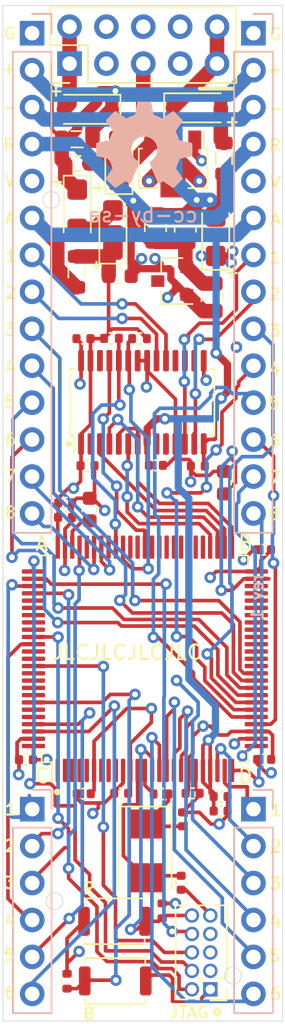
<source format=kicad_pcb>
(kicad_pcb (version 20171130) (host pcbnew 5.1.9-2.fc34)
  (title_block (date 2021-05-01) (rev 1) (company "Petr Horáček") (comment 1 hrck@protonmail.com) (comment 2 github.com/zlosynth/TODO) (comment 3 cc-by-sa))
  (layers (0 F.Cu signal) (1 In1.Cu power hide) (2 In2.Cu power hide) (31 B.Cu signal) (34 B.Paste user) (35 F.Paste user) (36 B.SilkS user) (37 F.SilkS user) (38 B.Mask user) (39 F.Mask user) (44 Edge.Cuts user))
  (net 0 "")
  (net 1 "Net-(U1-Pad1)")
  (net 2 "Net-(U1-Pad2)")
  (net 3 "Net-(U1-Pad3)")
  (net 4 "Net-(U1-Pad4)")
  (net 5 "Net-(U1-Pad5)")
  (net 6 "Net-(U1-Pad7)")
  (net 7 "Net-(U1-Pad8)")
  (net 8 "Net-(U1-Pad9)")
  (net 9 "Net-(U1-Pad37)")
  (net 10 "Net-(U1-Pad38)")
  (net 11 "Net-(U1-Pad39)")
  (net 12 "Net-(U1-Pad40)")
  (net 13 "Net-(U1-Pad41)")
  (net 14 "Net-(U1-Pad42)")
  (net 15 "Net-(U1-Pad43)")
  (net 16 "Net-(U1-Pad44)")
  (net 17 "Net-(U1-Pad45)")
  (net 18 "Net-(U1-Pad46)")
  (net 19 "Net-(U1-Pad47)")
  (net 20 "Net-(U1-Pad48)")
  (net 21 "Net-(U1-Pad55)")
  (net 22 "Net-(U1-Pad56)")
  (net 23 "Net-(U1-Pad57)")
  (net 24 "Net-(U1-Pad58)")
  (net 25 "Net-(U1-Pad59)")
  (net 26 "Net-(U1-Pad60)")
  (net 27 "Net-(U1-Pad61)")
  (net 28 "Net-(U1-Pad62)")
  (net 29 "Net-(U1-Pad64)")
  (net 30 "Net-(U1-Pad65)")
  (net 31 "Net-(U1-Pad68)")
  (net 32 "Net-(U1-Pad71)")
  (net 33 "Net-(U1-Pad80)")
  (net 34 "Net-(U1-Pad81)")
  (net 35 "Net-(U1-Pad82)")
  (net 36 "Net-(U1-Pad83)")
  (net 37 "Net-(U1-Pad84)")
  (net 38 "Net-(U1-Pad87)")
  (net 39 "Net-(U1-Pad88)")
  (net 40 "Net-(U1-Pad90)")
  (net 41 "Net-(U1-Pad91)")
  (net 42 "Net-(U1-Pad92)")
  (net 43 "Net-(U1-Pad93)")
  (net 44 "Net-(U1-Pad95)")
  (net 45 "Net-(U1-Pad96)")
  (net 46 "Net-(U2-Pad2)")
  (net 47 "Net-(U2-Pad9)")
  (net 48 "Net-(U2-Pad10)")
  (net 49 "Net-(U2-Pad16)")
  (net 50 "Net-(U2-Pad17)")
  (net 51 "Net-(U2-Pad18)")
  (net 52 "Net-(U2-Pad26)")
  (net 53 "Net-(J6-Pad7)")
  (net 54 "Net-(C1-Pad1)")
  (net 55 GND)
  (net 56 HSE_IN)
  (net 57 "Net-(C3-Pad1)")
  (net 58 "Net-(C4-Pad1)")
  (net 59 HSE_OUT)
  (net 60 +3V3)
  (net 61 +3.3VA)
  (net 62 NRST)
  (net 63 BOOT0)
  (net 64 "Net-(C5-Pad1)")
  (net 65 VCC)
  (net 66 VEE)
  (net 67 -10V)
  (net 68 JTMS)
  (net 69 JTCK)
  (net 70 JTDO)
  (net 71 JTDI)
  (net 72 I2C_SDA)
  (net 73 I2C_SCL)
  (net 74 I2S_WS)
  (net 75 I2S_CK)
  (net 76 I2S_DIN)
  (net 77 I2S_DOUT)
  (net 78 I2S_MCK)
  (net 79 LIN)
  (net 80 RIN)
  (net 81 ROUT)
  (net 82 LOUT)
  (net 83 PIN6)
  (net 84 PIN5)
  (net 85 PIN4)
  (net 86 PIN3)
  (net 87 PIN2)
  (net 88 PIN1)
  (net 89 PIN12)
  (net 90 PIN11)
  (net 91 PIN10)
  (net 92 PIN9)
  (net 93 PIN8)
  (net 94 PIN7)
  (net 95 PIN13)
  (net 96 PIN14)
  (net 97 PIN15)
  (net 98 PIN16)
  (net 99 PIN17)
  (net 100 PIN18)
  (net 101 PIN19)
  (net 102 PIN20)
  (net 103 PIN21)
  (net 104 PIN22)
  (net 105 PIN23)
  (net 106 PIN24)
  (net 107 "Net-(D1-Pad2)")
  (net 108 "Net-(D1-Pad1)")
  (net 109 "Net-(D2-Pad2)")
  (net 110 "Net-(D2-Pad1)")
  (module Symbol:OSHW-Symbol_6.7x6mm_SilkScreen (layer B.Cu) (at 150.5 74.63 180)
    (fp_text reference REF** hide)
    (fp_text value OSHW-Symbol_6.7x6mm_SilkScreen hide)
  )
  (module Connector_PinHeader_2.54mm:PinHeader_2x05_P2.54mm_Vertical (layer F.Cu) (at 145.34 69.03 90)
    (fp_text reference J5)
    (fp_text value Power)
    (pad 10 thru_hole oval (at 2.54 10.16 90) (size 1.7 1.7) (drill 1) (layers *.Cu *.Mask) (net 110 "Net-(D2-Pad1)"))
    (pad 9 thru_hole oval (at 0 10.16 90) (size 1.7 1.7) (drill 1) (layers *.Cu *.Mask) (net 110 "Net-(D2-Pad1)"))
    (pad 8 thru_hole oval (at 2.54 7.62 90) (size 1.7 1.7) (drill 1) (layers *.Cu *.Mask) (net 55 GND))
    (pad 7 thru_hole oval (at 0 7.62 90) (size 1.7 1.7) (drill 1) (layers *.Cu *.Mask) (net 55 GND))
    (pad 6 thru_hole oval (at 2.54 5.08 90) (size 1.7 1.7) (drill 1) (layers *.Cu *.Mask) (net 55 GND))
    (pad 5 thru_hole oval (at 0 5.08 90) (size 1.7 1.7) (drill 1) (layers *.Cu *.Mask) (net 55 GND))
    (pad 4 thru_hole oval (at 2.54 2.54 90) (size 1.7 1.7) (drill 1) (layers *.Cu *.Mask) (net 55 GND))
    (pad 3 thru_hole oval (at 0 2.54 90) (size 1.7 1.7) (drill 1) (layers *.Cu *.Mask) (net 55 GND))
    (pad 2 thru_hole oval (at 2.54 0 90) (size 1.7 1.7) (drill 1) (layers *.Cu *.Mask) (net 107 "Net-(D1-Pad2)"))
    (pad 1 thru_hole rect (at 0 0 90) (size 1.7 1.7) (drill 1) (layers *.Cu *.Mask) (net 107 "Net-(D1-Pad2)"))
  )
  (module Diode_SMD:D_SOD-123 (layer F.Cu) (at 154.11 72.07)
    (fp_text reference D2)
    (fp_text value D_Small)
    (pad 2 smd rect (at 1.65 0) (size 0.9 1.2) (layers F.Cu F.Paste F.Mask) (net 109 "Net-(D2-Pad2)"))
    (pad 1 smd rect (at -1.65 0) (size 0.9 1.2) (layers F.Cu F.Paste F.Mask) (net 110 "Net-(D2-Pad1)"))
  )
  (module Diode_SMD:D_SOD-123 (layer F.Cu) (at 146.6 72.17 180)
    (fp_text reference D1)
    (fp_text value D_Small)
    (pad 2 smd rect (at 1.65 0 180) (size 0.9 1.2) (layers F.Cu F.Paste F.Mask) (net 107 "Net-(D1-Pad2)"))
    (pad 1 smd rect (at -1.65 0 180) (size 0.9 1.2) (layers F.Cu F.Paste F.Mask) (net 108 "Net-(D1-Pad1)"))
  )
  (module Inductor_SMD:L_0805_2012Metric (layer F.Cu) (at 145.86 74.23 180)
    (fp_text reference FB1)
    (fp_text value Ferrite_Bead_Small)
    (pad 1 smd roundrect (at -1.0625 0 180) (size 0.875 1.2) (layers F.Cu F.Paste F.Mask) (net 108 "Net-(D1-Pad1)"))
    (pad 2 smd roundrect (at 1.0625 0 180) (size 0.875 1.2) (layers F.Cu F.Paste F.Mask) (net 65 VCC))
  )
  (module Resistor_SMD:R_0805_2012Metric (layer F.Cu) (at 153.32 80.37 270)
    (fp_text reference R8)
    (fp_text value 1k)
    (pad 1 smd roundrect (at -0.9125 0 270) (size 1.025 1.4) (layers F.Cu F.Paste F.Mask) (roundrect_rratio 0.243902) (net 66 VEE))
    (pad 2 smd roundrect (at 0.9125 0 270) (size 1.025 1.4) (layers F.Cu F.Paste F.Mask) (roundrect_rratio 0.243902) (net 67 -10V))
  )
  (module Capacitor_Tantalum_SMD:CP_EIA-3216-18_Kemet-A (layer F.Cu) (at 145.87 79.04 270)
    (fp_text reference C8)
    (fp_text value 47u)
    (pad 1 smd roundrect (at -1.35 0 270) (size 1.4 1.35) (layers F.Cu F.Paste F.Mask) (roundrect_rratio 0.185185) (net 65 VCC))
    (pad 2 smd roundrect (at 1.35 0 270) (size 1.4 1.35) (layers F.Cu F.Paste F.Mask) (roundrect_rratio 0.185185) (net 55 GND))
  )
  (module Resistor_SMD:R_0603_1608Metric (layer F.Cu) (at 145.87 75.9 180)
    (fp_text reference R4)
    (fp_text value 15)
    (pad 2 smd roundrect (at 0.825 0 180) (size 0.8 0.95) (layers F.Cu F.Paste F.Mask) (net 65 VCC))
    (pad 1 smd roundrect (at -0.825 0 180) (size 0.8 0.95) (layers F.Cu F.Paste F.Mask) (net 64 "Net-(C5-Pad1)"))
  )
  (module Package_TO_SOT_SMD:SOT-89-3 (layer F.Cu) (at 152.47 75.93 270)
    (fp_text reference U3)
    (fp_text value " LM1117F-3.3")
    (pad 2 smd custom (at -1.5625 0 270) (size 1.475 0.9) (layers F.Cu F.Paste F.Mask) (net 60 +3V3) (options (clearance outline) (anchor rect)) (primitives (gr_poly (pts (xy 0.7375 -0.8665) (xy 3.8625 -0.8665) (xy 3.8625 0.8665) (xy 0.7375 0.8665)) (width 0))))
    (pad 3 smd rect (at -1.65 1.5 270) (size 1.3 0.9) (layers F.Cu F.Paste F.Mask) (net 64 "Net-(C5-Pad1)"))
    (pad 1 smd rect (at -1.65 -1.5 270) (size 1.3 0.9) (layers F.Cu F.Paste F.Mask) (net 55 GND))
  )
  (module Resistor_SMD:R_0805_2012Metric (layer F.Cu) (at 151.26 80.33 270)
    (fp_text reference R7)
    (fp_text value 1k)
    (pad 2 smd roundrect (at 0.9125 0 270) (size 1.025 1.4) (layers F.Cu F.Paste F.Mask) (roundrect_rratio 0.243902) (net 67 -10V))
    (pad 1 smd roundrect (at -0.9125 0 270) (size 1.025 1.4) (layers F.Cu F.Paste F.Mask) (roundrect_rratio 0.243902) (net 66 VEE))
  )
  (module Capacitor_Tantalum_SMD:CP_EIA-3216-18_Kemet-A (layer F.Cu) (at 148.74 75.69 90)
    (fp_text reference C5)
    (fp_text value 47u)
    (pad 2 smd roundrect (at 1.35 0 90) (size 1.4 1.35) (layers F.Cu F.Paste F.Mask) (roundrect_rratio 0.185185) (net 55 GND))
    (pad 1 smd roundrect (at -1.35 0 90) (size 1.4 1.35) (layers F.Cu F.Paste F.Mask) (roundrect_rratio 0.185185) (net 64 "Net-(C5-Pad1)"))
  )
  (module Capacitor_Tantalum_SMD:CP_EIA-3216-18_Kemet-A (layer F.Cu) (at 155.41 80.9 90)
    (fp_text reference C9)
    (fp_text value 47u)
    (pad 2 smd roundrect (at 1.35 0 90) (size 1.4 1.35) (layers F.Cu F.Paste F.Mask) (roundrect_rratio 0.185185) (net 66 VEE))
    (pad 1 smd roundrect (at -1.35 0 90) (size 1.4 1.35) (layers F.Cu F.Paste F.Mask) (roundrect_rratio 0.185185) (net 55 GND))
  )
  (module Inductor_SMD:L_0805_2012Metric (layer F.Cu) (at 155.98 75.55 270)
    (fp_text reference FB2)
    (fp_text value Ferrite_Bead_Small)
    (pad 2 smd roundrect (at 1.0625 0 270) (size 0.875 1.2) (layers F.Cu F.Paste F.Mask) (net 66 VEE))
    (pad 1 smd roundrect (at -1.0625 0 270) (size 0.875 1.2) (layers F.Cu F.Paste F.Mask) (net 109 "Net-(D2-Pad2)"))
  )
  (module Capacitor_Tantalum_SMD:CP_EIA-3216-18_Kemet-A (layer F.Cu) (at 148.33 80.47 90)
    (fp_text reference C6)
    (fp_text value 47u)
    (pad 2 smd roundrect (at 1.35 0 90) (size 1.4 1.35) (layers F.Cu F.Paste F.Mask) (roundrect_rratio 0.185185) (net 55 GND))
    (pad 1 smd roundrect (at -1.35 0 90) (size 1.4 1.35) (layers F.Cu F.Paste F.Mask) (roundrect_rratio 0.185185) (net 60 +3V3))
  )
  (module Button_Switch_SMD:SW_Push_SPST_NO_Alps_SKRK (layer F.Cu) (at 148.49 132.1)
    (fp_text reference SW2)
    (fp_text value Boot0)
    (pad 1 smd roundrect (at -2.1 0) (size 0.8 2) (layers F.Cu F.Paste F.Mask) (net 63 BOOT0))
    (pad 2 smd roundrect (at 2.1 0) (size 0.8 2) (layers F.Cu F.Paste F.Mask) (net 60 +3V3))
  )
  (module Package_QFP:LQFP-100_14x14mm_P0.5mm (layer F.Cu) (at 150.53 109.95 90)
    (fp_text reference U1)
    (fp_text value " STM32F427VGT6")
    (pad 100 smd roundrect (at -6 -7.675 90) (size 0.3 1.6) (layers F.Cu F.Paste F.Mask) (net 60 +3V3))
    (pad 99 smd roundrect (at -5.5 -7.675 90) (size 0.3 1.6) (layers F.Cu F.Paste F.Mask) (net 55 GND))
    (pad 98 smd roundrect (at -5 -7.675 90) (size 0.3 1.6) (layers F.Cu F.Paste F.Mask) (net 89 PIN12))
    (pad 97 smd roundrect (at -4.5 -7.675 90) (size 0.3 1.6) (layers F.Cu F.Paste F.Mask) (net 90 PIN11))
    (pad 96 smd roundrect (at -4 -7.675 90) (size 0.3 1.6) (layers F.Cu F.Paste F.Mask) (net 45 "Net-(U1-Pad96)"))
    (pad 95 smd roundrect (at -3.5 -7.675 90) (size 0.3 1.6) (layers F.Cu F.Paste F.Mask) (net 44 "Net-(U1-Pad95)"))
    (pad 94 smd roundrect (at -3 -7.675 90) (size 0.3 1.6) (layers F.Cu F.Paste F.Mask) (net 63 BOOT0))
    (pad 93 smd roundrect (at -2.5 -7.675 90) (size 0.3 1.6) (layers F.Cu F.Paste F.Mask) (net 43 "Net-(U1-Pad93)"))
    (pad 92 smd roundrect (at -2 -7.675 90) (size 0.3 1.6) (layers F.Cu F.Paste F.Mask) (net 42 "Net-(U1-Pad92)"))
    (pad 91 smd roundrect (at -1.5 -7.675 90) (size 0.3 1.6) (layers F.Cu F.Paste F.Mask) (net 41 "Net-(U1-Pad91)"))
    (pad 90 smd roundrect (at -1 -7.675 90) (size 0.3 1.6) (layers F.Cu F.Paste F.Mask) (net 40 "Net-(U1-Pad90)"))
    (pad 89 smd roundrect (at -0.5 -7.675 90) (size 0.3 1.6) (layers F.Cu F.Paste F.Mask) (net 70 JTDO))
    (pad 88 smd roundrect (at 0 -7.675 90) (size 0.3 1.6) (layers F.Cu F.Paste F.Mask) (net 39 "Net-(U1-Pad88)"))
    (pad 87 smd roundrect (at 0.5 -7.675 90) (size 0.3 1.6) (layers F.Cu F.Paste F.Mask) (net 38 "Net-(U1-Pad87)"))
    (pad 86 smd roundrect (at 1 -7.675 90) (size 0.3 1.6) (layers F.Cu F.Paste F.Mask) (net 91 PIN10))
    (pad 85 smd roundrect (at 1.5 -7.675 90) (size 0.3 1.6) (layers F.Cu F.Paste F.Mask) (net 92 PIN9))
    (pad 84 smd roundrect (at 2 -7.675 90) (size 0.3 1.6) (layers F.Cu F.Paste F.Mask) (net 37 "Net-(U1-Pad84)"))
    (pad 83 smd roundrect (at 2.5 -7.675 90) (size 0.3 1.6) (layers F.Cu F.Paste F.Mask) (net 36 "Net-(U1-Pad83)"))
    (pad 82 smd roundrect (at 3 -7.675 90) (size 0.3 1.6) (layers F.Cu F.Paste F.Mask) (net 35 "Net-(U1-Pad82)"))
    (pad 81 smd roundrect (at 3.5 -7.675 90) (size 0.3 1.6) (layers F.Cu F.Paste F.Mask) (net 34 "Net-(U1-Pad81)"))
    (pad 80 smd roundrect (at 4 -7.675 90) (size 0.3 1.6) (layers F.Cu F.Paste F.Mask) (net 33 "Net-(U1-Pad80)"))
    (pad 79 smd roundrect (at 4.5 -7.675 90) (size 0.3 1.6) (layers F.Cu F.Paste F.Mask) (net 93 PIN8))
    (pad 78 smd roundrect (at 5 -7.675 90) (size 0.3 1.6) (layers F.Cu F.Paste F.Mask) (net 94 PIN7))
    (pad 77 smd roundrect (at 5.5 -7.675 90) (size 0.3 1.6) (layers F.Cu F.Paste F.Mask) (net 71 JTDI))
    (pad 76 smd roundrect (at 6 -7.675 90) (size 0.3 1.6) (layers F.Cu F.Paste F.Mask) (net 69 JTCK))
    (pad 75 smd roundrect (at 7.675 -6 90) (size 1.6 0.3) (layers F.Cu F.Paste F.Mask) (net 60 +3V3))
    (pad 74 smd roundrect (at 7.675 -5.5 90) (size 1.6 0.3) (layers F.Cu F.Paste F.Mask) (net 55 GND))
    (pad 73 smd roundrect (at 7.675 -5 90) (size 1.6 0.3) (layers F.Cu F.Paste F.Mask) (net 58 "Net-(C4-Pad1)"))
    (pad 72 smd roundrect (at 7.675 -4.5 90) (size 1.6 0.3) (layers F.Cu F.Paste F.Mask) (net 68 JTMS))
    (pad 71 smd roundrect (at 7.675 -4 90) (size 1.6 0.3) (layers F.Cu F.Paste F.Mask) (net 32 "Net-(U1-Pad71)"))
    (pad 70 smd roundrect (at 7.675 -3.5 90) (size 1.6 0.3) (layers F.Cu F.Paste F.Mask) (net 83 PIN6))
    (pad 69 smd roundrect (at 7.675 -3 90) (size 1.6 0.3) (layers F.Cu F.Paste F.Mask) (net 84 PIN5))
    (pad 68 smd roundrect (at 7.675 -2.5 90) (size 1.6 0.3) (layers F.Cu F.Paste F.Mask) (net 31 "Net-(U1-Pad68)"))
    (pad 67 smd roundrect (at 7.675 -2 90) (size 1.6 0.3) (layers F.Cu F.Paste F.Mask) (net 73 I2C_SCL))
    (pad 66 smd roundrect (at 7.675 -1.5 90) (size 1.6 0.3) (layers F.Cu F.Paste F.Mask) (net 72 I2C_SDA))
    (pad 65 smd roundrect (at 7.675 -1 90) (size 1.6 0.3) (layers F.Cu F.Paste F.Mask) (net 30 "Net-(U1-Pad65)"))
    (pad 64 smd roundrect (at 7.675 -0.5 90) (size 1.6 0.3) (layers F.Cu F.Paste F.Mask) (net 29 "Net-(U1-Pad64)"))
    (pad 63 smd roundrect (at 7.675 0 90) (size 1.6 0.3) (layers F.Cu F.Paste F.Mask) (net 78 I2S_MCK))
    (pad 62 smd roundrect (at 7.675 0.5 90) (size 1.6 0.3) (layers F.Cu F.Paste F.Mask) (net 28 "Net-(U1-Pad62)"))
    (pad 61 smd roundrect (at 7.675 1 90) (size 1.6 0.3) (layers F.Cu F.Paste F.Mask) (net 27 "Net-(U1-Pad61)"))
    (pad 60 smd roundrect (at 7.675 1.5 90) (size 1.6 0.3) (layers F.Cu F.Paste F.Mask) (net 26 "Net-(U1-Pad60)"))
    (pad 59 smd roundrect (at 7.675 2 90) (size 1.6 0.3) (layers F.Cu F.Paste F.Mask) (net 25 "Net-(U1-Pad59)"))
    (pad 58 smd roundrect (at 7.675 2.5 90) (size 1.6 0.3) (layers F.Cu F.Paste F.Mask) (net 24 "Net-(U1-Pad58)"))
    (pad 57 smd roundrect (at 7.675 3 90) (size 1.6 0.3) (layers F.Cu F.Paste F.Mask) (net 23 "Net-(U1-Pad57)"))
    (pad 56 smd roundrect (at 7.675 3.5 90) (size 1.6 0.3) (layers F.Cu F.Paste F.Mask) (net 22 "Net-(U1-Pad56)"))
    (pad 55 smd roundrect (at 7.675 4 90) (size 1.6 0.3) (layers F.Cu F.Paste F.Mask) (net 21 "Net-(U1-Pad55)"))
    (pad 54 smd roundrect (at 7.675 4.5 90) (size 1.6 0.3) (layers F.Cu F.Paste F.Mask) (net 77 I2S_DOUT))
    (pad 53 smd roundrect (at 7.675 5 90) (size 1.6 0.3) (layers F.Cu F.Paste F.Mask) (net 76 I2S_DIN))
    (pad 52 smd roundrect (at 7.675 5.5 90) (size 1.6 0.3) (layers F.Cu F.Paste F.Mask) (net 75 I2S_CK))
    (pad 51 smd roundrect (at 7.675 6 90) (size 1.6 0.3) (layers F.Cu F.Paste F.Mask) (net 74 I2S_WS))
    (pad 50 smd roundrect (at 6 7.675 90) (size 0.3 1.6) (layers F.Cu F.Paste F.Mask) (net 60 +3V3))
    (pad 49 smd roundrect (at 5.5 7.675 90) (size 0.3 1.6) (layers F.Cu F.Paste F.Mask) (net 57 "Net-(C3-Pad1)"))
    (pad 48 smd roundrect (at 5 7.675 90) (size 0.3 1.6) (layers F.Cu F.Paste F.Mask) (net 20 "Net-(U1-Pad48)"))
    (pad 47 smd roundrect (at 4.5 7.675 90) (size 0.3 1.6) (layers F.Cu F.Paste F.Mask) (net 19 "Net-(U1-Pad47)"))
    (pad 46 smd roundrect (at 4 7.675 90) (size 0.3 1.6) (layers F.Cu F.Paste F.Mask) (net 18 "Net-(U1-Pad46)"))
    (pad 45 smd roundrect (at 3.5 7.675 90) (size 0.3 1.6) (layers F.Cu F.Paste F.Mask) (net 17 "Net-(U1-Pad45)"))
    (pad 44 smd roundrect (at 3 7.675 90) (size 0.3 1.6) (layers F.Cu F.Paste F.Mask) (net 16 "Net-(U1-Pad44)"))
    (pad 43 smd roundrect (at 2.5 7.675 90) (size 0.3 1.6) (layers F.Cu F.Paste F.Mask) (net 15 "Net-(U1-Pad43)"))
    (pad 42 smd roundrect (at 2 7.675 90) (size 0.3 1.6) (layers F.Cu F.Paste F.Mask) (net 14 "Net-(U1-Pad42)"))
    (pad 41 smd roundrect (at 1.5 7.675 90) (size 0.3 1.6) (layers F.Cu F.Paste F.Mask) (net 13 "Net-(U1-Pad41)"))
    (pad 40 smd roundrect (at 1 7.675 90) (size 0.3 1.6) (layers F.Cu F.Paste F.Mask) (net 12 "Net-(U1-Pad40)"))
    (pad 39 smd roundrect (at 0.5 7.675 90) (size 0.3 1.6) (layers F.Cu F.Paste F.Mask) (net 11 "Net-(U1-Pad39)"))
    (pad 38 smd roundrect (at 0 7.675 90) (size 0.3 1.6) (layers F.Cu F.Paste F.Mask) (net 10 "Net-(U1-Pad38)"))
    (pad 37 smd roundrect (at -0.5 7.675 90) (size 0.3 1.6) (layers F.Cu F.Paste F.Mask) (net 9 "Net-(U1-Pad37)"))
    (pad 36 smd roundrect (at -1 7.675 90) (size 0.3 1.6) (layers F.Cu F.Paste F.Mask) (net 88 PIN1))
    (pad 35 smd roundrect (at -1.5 7.675 90) (size 0.3 1.6) (layers F.Cu F.Paste F.Mask) (net 87 PIN2))
    (pad 34 smd roundrect (at -2 7.675 90) (size 0.3 1.6) (layers F.Cu F.Paste F.Mask) (net 86 PIN3))
    (pad 33 smd roundrect (at -2.5 7.675 90) (size 0.3 1.6) (layers F.Cu F.Paste F.Mask) (net 85 PIN4))
    (pad 32 smd roundrect (at -3 7.675 90) (size 0.3 1.6) (layers F.Cu F.Paste F.Mask) (net 95 PIN13))
    (pad 31 smd roundrect (at -3.5 7.675 90) (size 0.3 1.6) (layers F.Cu F.Paste F.Mask) (net 96 PIN14))
    (pad 30 smd roundrect (at -4 7.675 90) (size 0.3 1.6) (layers F.Cu F.Paste F.Mask) (net 97 PIN15))
    (pad 29 smd roundrect (at -4.5 7.675 90) (size 0.3 1.6) (layers F.Cu F.Paste F.Mask) (net 98 PIN16))
    (pad 28 smd roundrect (at -5 7.675 90) (size 0.3 1.6) (layers F.Cu F.Paste F.Mask) (net 60 +3V3))
    (pad 27 smd roundrect (at -5.5 7.675 90) (size 0.3 1.6) (layers F.Cu F.Paste F.Mask) (net 55 GND))
    (pad 26 smd roundrect (at -6 7.675 90) (size 0.3 1.6) (layers F.Cu F.Paste F.Mask) (net 99 PIN17))
    (pad 25 smd roundrect (at -7.675 6 90) (size 1.6 0.3) (layers F.Cu F.Paste F.Mask) (net 100 PIN18))
    (pad 24 smd roundrect (at -7.675 5.5 90) (size 1.6 0.3) (layers F.Cu F.Paste F.Mask) (net 101 PIN19))
    (pad 23 smd roundrect (at -7.675 5 90) (size 1.6 0.3) (layers F.Cu F.Paste F.Mask) (net 102 PIN20))
    (pad 22 smd roundrect (at -7.675 4.5 90) (size 1.6 0.3) (layers F.Cu F.Paste F.Mask) (net 61 +3.3VA))
    (pad 21 smd roundrect (at -7.675 4 90) (size 1.6 0.3) (layers F.Cu F.Paste F.Mask) (net 61 +3.3VA))
    (pad 20 smd roundrect (at -7.675 3.5 90) (size 1.6 0.3) (layers F.Cu F.Paste F.Mask) (net 55 GND))
    (pad 19 smd roundrect (at -7.675 3 90) (size 1.6 0.3) (layers F.Cu F.Paste F.Mask) (net 60 +3V3))
    (pad 18 smd roundrect (at -7.675 2.5 90) (size 1.6 0.3) (layers F.Cu F.Paste F.Mask) (net 103 PIN21))
    (pad 17 smd roundrect (at -7.675 2 90) (size 1.6 0.3) (layers F.Cu F.Paste F.Mask) (net 104 PIN22))
    (pad 16 smd roundrect (at -7.675 1.5 90) (size 1.6 0.3) (layers F.Cu F.Paste F.Mask) (net 105 PIN23))
    (pad 15 smd roundrect (at -7.675 1 90) (size 1.6 0.3) (layers F.Cu F.Paste F.Mask) (net 106 PIN24))
    (pad 14 smd roundrect (at -7.675 0.5 90) (size 1.6 0.3) (layers F.Cu F.Paste F.Mask) (net 62 NRST))
    (pad 13 smd roundrect (at -7.675 0 90) (size 1.6 0.3) (layers F.Cu F.Paste F.Mask) (net 59 HSE_OUT))
    (pad 12 smd roundrect (at -7.675 -0.5 90) (size 1.6 0.3) (layers F.Cu F.Paste F.Mask) (net 56 HSE_IN))
    (pad 11 smd roundrect (at -7.675 -1 90) (size 1.6 0.3) (layers F.Cu F.Paste F.Mask) (net 60 +3V3))
    (pad 10 smd roundrect (at -7.675 -1.5 90) (size 1.6 0.3) (layers F.Cu F.Paste F.Mask) (net 55 GND))
    (pad 9 smd roundrect (at -7.675 -2 90) (size 1.6 0.3) (layers F.Cu F.Paste F.Mask) (net 8 "Net-(U1-Pad9)"))
    (pad 8 smd roundrect (at -7.675 -2.5 90) (size 1.6 0.3) (layers F.Cu F.Paste F.Mask) (net 7 "Net-(U1-Pad8)"))
    (pad 7 smd roundrect (at -7.675 -3 90) (size 1.6 0.3) (layers F.Cu F.Paste F.Mask) (net 6 "Net-(U1-Pad7)"))
    (pad 6 smd roundrect (at -7.675 -3.5 90) (size 1.6 0.3) (layers F.Cu F.Paste F.Mask) (net 60 +3V3))
    (pad 5 smd roundrect (at -7.675 -4 90) (size 1.6 0.3) (layers F.Cu F.Paste F.Mask) (net 5 "Net-(U1-Pad5)"))
    (pad 4 smd roundrect (at -7.675 -4.5 90) (size 1.6 0.3) (layers F.Cu F.Paste F.Mask) (net 4 "Net-(U1-Pad4)"))
    (pad 3 smd roundrect (at -7.675 -5 90) (size 1.6 0.3) (layers F.Cu F.Paste F.Mask) (net 3 "Net-(U1-Pad3)"))
    (pad 2 smd roundrect (at -7.675 -5.5 90) (size 1.6 0.3) (layers F.Cu F.Paste F.Mask) (net 2 "Net-(U1-Pad2)"))
    (pad 1 smd roundrect (at -7.675 -6 90) (size 1.6 0.3) (layers F.Cu F.Paste F.Mask) (net 1 "Net-(U1-Pad1)"))
  )
  (module Package_SO:TSSOP-28_4.4x9.7mm_P0.65mm (layer F.Cu) (at 150.36 92.32 90)
    (fp_text reference U2)
    (fp_text value TLV320AIC23BPW)
    (pad 1 smd roundrect (at -2.8625 -4.225 90) (size 1.475 0.4) (layers F.Cu F.Paste F.Mask) (net 60 +3V3))
    (pad 2 smd roundrect (at -2.8625 -3.575 90) (size 1.475 0.4) (layers F.Cu F.Paste F.Mask) (net 46 "Net-(U2-Pad2)"))
    (pad 3 smd roundrect (at -2.8625 -2.925 90) (size 1.475 0.4) (layers F.Cu F.Paste F.Mask) (net 75 I2S_CK))
    (pad 4 smd roundrect (at -2.8625 -2.275 90) (size 1.475 0.4) (layers F.Cu F.Paste F.Mask) (net 76 I2S_DIN))
    (pad 5 smd roundrect (at -2.8625 -1.625 90) (size 1.475 0.4) (layers F.Cu F.Paste F.Mask) (net 74 I2S_WS))
    (pad 6 smd roundrect (at -2.8625 -0.975 90) (size 1.475 0.4) (layers F.Cu F.Paste F.Mask) (net 77 I2S_DOUT))
    (pad 7 smd roundrect (at -2.8625 -0.325 90) (size 1.475 0.4) (layers F.Cu F.Paste F.Mask) (net 74 I2S_WS))
    (pad 8 smd roundrect (at -2.8625 0.325 90) (size 1.475 0.4) (layers F.Cu F.Paste F.Mask) (net 61 +3.3VA))
    (pad 9 smd roundrect (at -2.8625 0.975 90) (size 1.475 0.4) (layers F.Cu F.Paste F.Mask) (net 47 "Net-(U2-Pad9)"))
    (pad 10 smd roundrect (at -2.8625 1.625 90) (size 1.475 0.4) (layers F.Cu F.Paste F.Mask) (net 48 "Net-(U2-Pad10)"))
    (pad 11 smd roundrect (at -2.8625 2.275 90) (size 1.475 0.4) (layers F.Cu F.Paste F.Mask) (net 55 GND))
    (pad 12 smd roundrect (at -2.8625 2.925 90) (size 1.475 0.4) (layers F.Cu F.Paste F.Mask) (net 82 LOUT))
    (pad 13 smd roundrect (at -2.8625 3.575 90) (size 1.475 0.4) (layers F.Cu F.Paste F.Mask) (net 81 ROUT))
    (pad 14 smd roundrect (at -2.8625 4.225 90) (size 1.475 0.4) (layers F.Cu F.Paste F.Mask) (net 61 +3.3VA))
    (pad 15 smd roundrect (at 2.8625 4.225 90) (size 1.475 0.4) (layers F.Cu F.Paste F.Mask) (net 55 GND))
    (pad 16 smd roundrect (at 2.8625 3.575 90) (size 1.475 0.4) (layers F.Cu F.Paste F.Mask) (net 49 "Net-(U2-Pad16)"))
    (pad 17 smd roundrect (at 2.8625 2.925 90) (size 1.475 0.4) (layers F.Cu F.Paste F.Mask) (net 50 "Net-(U2-Pad17)"))
    (pad 18 smd roundrect (at 2.8625 2.275 90) (size 1.475 0.4) (layers F.Cu F.Paste F.Mask) (net 51 "Net-(U2-Pad18)"))
    (pad 19 smd roundrect (at 2.8625 1.625 90) (size 1.475 0.4) (layers F.Cu F.Paste F.Mask) (net 80 RIN))
    (pad 20 smd roundrect (at 2.8625 0.975 90) (size 1.475 0.4) (layers F.Cu F.Paste F.Mask) (net 79 LIN))
    (pad 21 smd roundrect (at 2.8625 0.325 90) (size 1.475 0.4) (layers F.Cu F.Paste F.Mask) (net 55 GND))
    (pad 22 smd roundrect (at 2.8625 -0.325 90) (size 1.475 0.4) (layers F.Cu F.Paste F.Mask) (net 55 GND))
    (pad 23 smd roundrect (at 2.8625 -0.975 90) (size 1.475 0.4) (layers F.Cu F.Paste F.Mask) (net 72 I2C_SDA))
    (pad 24 smd roundrect (at 2.8625 -1.625 90) (size 1.475 0.4) (layers F.Cu F.Paste F.Mask) (net 73 I2C_SCL))
    (pad 25 smd roundrect (at 2.8625 -2.275 90) (size 1.475 0.4) (layers F.Cu F.Paste F.Mask) (net 78 I2S_MCK))
    (pad 26 smd roundrect (at 2.8625 -2.925 90) (size 1.475 0.4) (layers F.Cu F.Paste F.Mask) (net 52 "Net-(U2-Pad26)"))
    (pad 27 smd roundrect (at 2.8625 -3.575 90) (size 1.475 0.4) (layers F.Cu F.Paste F.Mask) (net 60 +3V3))
    (pad 28 smd roundrect (at 2.8625 -4.225 90) (size 1.475 0.4) (layers F.Cu F.Paste F.Mask) (net 55 GND))
  )
  (module Capacitor_SMD:C_0402_1005Metric (layer F.Cu) (at 153.12 120.99 90)
    (fp_text reference C1)
    (fp_text value 20p)
    (pad 1 smd roundrect (at -0.48 0 90) (size 0.56 0.62) (layers F.Cu F.Paste F.Mask) (net 54 "Net-(C1-Pad1)"))
    (pad 2 smd roundrect (at 0.48 0 90) (size 0.56 0.62) (layers F.Cu F.Paste F.Mask) (net 55 GND))
  )
  (module Capacitor_SMD:C_0402_1005Metric (layer F.Cu) (at 153.03 125.35 270)
    (fp_text reference C2)
    (fp_text value 20p)
    (pad 2 smd roundrect (at 0.48 0 270) (size 0.56 0.62) (layers F.Cu F.Paste F.Mask) (net 55 GND))
    (pad 1 smd roundrect (at -0.48 0 270) (size 0.56 0.62) (layers F.Cu F.Paste F.Mask) (net 56 HSE_IN))
  )
  (module Capacitor_SMD:C_0603_1608Metric (layer F.Cu) (at 155.97 97.84 90)
    (fp_text reference C3)
    (fp_text value 2u2)
    (pad 1 smd roundrect (at -0.775 0 90) (size 0.9 0.95) (layers F.Cu F.Paste F.Mask) (net 57 "Net-(C3-Pad1)"))
    (pad 2 smd roundrect (at 0.775 0 90) (size 0.9 0.95) (layers F.Cu F.Paste F.Mask) (net 55 GND))
  )
  (module Capacitor_SMD:C_0603_1608Metric (layer F.Cu) (at 146.73 99.69 90)
    (fp_text reference C4)
    (fp_text value 2u2)
    (pad 2 smd roundrect (at 0.775 0 90) (size 0.9 0.95) (layers F.Cu F.Paste F.Mask) (net 55 GND))
    (pad 1 smd roundrect (at -0.775 0 90) (size 0.9 0.95) (layers F.Cu F.Paste F.Mask) (net 58 "Net-(C4-Pad1)"))
  )
  (module Resistor_SMD:R_0402_1005Metric (layer F.Cu) (at 151.64 119.25)
    (fp_text reference R1)
    (fp_text value 47)
    (pad 1 smd roundrect (at -0.51 0) (size 0.54 0.64) (layers F.Cu F.Paste F.Mask) (net 59 HSE_OUT))
    (pad 2 smd roundrect (at 0.51 0) (size 0.54 0.64) (layers F.Cu F.Paste F.Mask) (net 54 "Net-(C1-Pad1)"))
  )
  (module Crystal:Crystal_SMD_5032-2Pin_5.0x3.2mm (layer F.Cu) (at 150.570001 123.160001 270)
    (fp_text reference Y1)
    (fp_text value Crystal)
    (pad 1 smd rect (at -1.85 0 270) (size 2 2.4) (layers F.Cu F.Paste F.Mask) (net 54 "Net-(C1-Pad1)"))
    (pad 2 smd rect (at 1.85 0 270) (size 2 2.4) (layers F.Cu F.Paste F.Mask) (net 56 HSE_IN))
  )
  (module Capacitor_SMD:C_0603_1608Metric (layer F.Cu) (at 148.81 83.64)
    (fp_text reference C7)
    (fp_text value 2u2)
    (pad 1 smd roundrect (at -0.775 0) (size 0.9 0.95) (layers F.Cu F.Paste F.Mask) (net 60 +3V3))
    (pad 2 smd roundrect (at 0.775 0) (size 0.9 0.95) (layers F.Cu F.Paste F.Mask) (net 55 GND))
  )
  (module Inductor_SMD:L_0805_2012Metric (layer F.Cu) (at 145.82 83.35 90)
    (fp_text reference FB3)
    (fp_text value Ferrite_Bead_Small)
    (pad 1 smd roundrect (at -1.0625 0 90) (size 0.875 1.2) (layers F.Cu F.Paste F.Mask) (net 61 +3.3VA))
    (pad 2 smd roundrect (at 1.0625 0 90) (size 0.875 1.2) (layers F.Cu F.Paste F.Mask) (net 60 +3V3))
  )
  (module Resistor_SMD:R_0402_1005Metric (layer F.Cu) (at 151.72 127.279999 270)
    (fp_text reference R2)
    (fp_text value 10k)
    (pad 2 smd roundrect (at 0.51 0 270) (size 0.54 0.64) (layers F.Cu F.Paste F.Mask) (net 62 NRST))
    (pad 1 smd roundrect (at -0.51 0 270) (size 0.54 0.64) (layers F.Cu F.Paste F.Mask) (net 60 +3V3))
  )
  (module Resistor_SMD:R_0402_1005Metric (layer F.Cu) (at 145.17 132.12 90)
    (fp_text reference R3)
    (fp_text value 10k)
    (pad 1 smd roundrect (at -0.51 0 90) (size 0.54 0.64) (layers F.Cu F.Paste F.Mask) (net 63 BOOT0))
    (pad 2 smd roundrect (at 0.51 0 90) (size 0.54 0.64) (layers F.Cu F.Paste F.Mask) (net 55 GND))
  )
  (module Button_Switch_SMD:SW_Push_SPST_NO_Alps_SKRK (layer F.Cu) (at 148.44 128)
    (fp_text reference SW1)
    (fp_text value Reset)
    (pad 2 smd roundrect (at 2.1 0) (size 0.8 2) (layers F.Cu F.Paste F.Mask) (net 62 NRST))
    (pad 1 smd roundrect (at -2.1 0) (size 0.8 2) (layers F.Cu F.Paste F.Mask) (net 55 GND))
  )
  (module Connector_PinHeader_1.27mm:PinHeader_2x05_P1.27mm_Vertical (layer F.Cu) (at 155.04 132.68 180)
    (fp_text reference J6)
    (fp_text value SWD)
    (pad 10 thru_hole oval (at 1.27 5.08 180) (size 1 1) (drill 0.65) (layers *.Cu *.Mask) (net 62 NRST))
    (pad 9 thru_hole oval (at 0 5.08 180) (size 1 1) (drill 0.65) (layers *.Cu *.Mask) (net 55 GND))
    (pad 8 thru_hole oval (at 1.27 3.81 180) (size 1 1) (drill 0.65) (layers *.Cu *.Mask) (net 71 JTDI))
    (pad 7 thru_hole oval (at 0 3.81 180) (size 1 1) (drill 0.65) (layers *.Cu *.Mask) (net 53 "Net-(J6-Pad7)"))
    (pad 6 thru_hole oval (at 1.27 2.54 180) (size 1 1) (drill 0.65) (layers *.Cu *.Mask) (net 70 JTDO))
    (pad 5 thru_hole oval (at 0 2.54 180) (size 1 1) (drill 0.65) (layers *.Cu *.Mask) (net 55 GND))
    (pad 4 thru_hole oval (at 1.27 1.27 180) (size 1 1) (drill 0.65) (layers *.Cu *.Mask) (net 69 JTCK))
    (pad 3 thru_hole oval (at 0 1.27 180) (size 1 1) (drill 0.65) (layers *.Cu *.Mask) (net 55 GND))
    (pad 2 thru_hole oval (at 1.27 0 180) (size 1 1) (drill 0.65) (layers *.Cu *.Mask) (net 68 JTMS))
    (pad 1 thru_hole rect (at 0 0 180) (size 1 1) (drill 0.65) (layers *.Cu *.Mask) (net 60 +3V3))
  )
  (module Capacitor_SMD:C_0402_1005Metric (layer F.Cu) (at 145.03 100.23)
    (fp_text reference C10)
    (fp_text value 1u)
    (pad 2 smd roundrect (at 0.48 0) (size 0.56 0.62) (layers F.Cu F.Paste F.Mask) (net 55 GND))
    (pad 1 smd roundrect (at -0.48 0) (size 0.56 0.62) (layers F.Cu F.Paste F.Mask) (net 60 +3V3))
  )
  (module Capacitor_SMD:C_0402_1005Metric (layer F.Cu) (at 145.04 99.23)
    (fp_text reference C11)
    (fp_text value 100n)
    (pad 1 smd roundrect (at -0.48 0) (size 0.56 0.62) (layers F.Cu F.Paste F.Mask) (net 60 +3V3))
    (pad 2 smd roundrect (at 0.48 0) (size 0.56 0.62) (layers F.Cu F.Paste F.Mask) (net 55 GND))
  )
  (module Capacitor_SMD:C_0402_1005Metric (layer F.Cu) (at 158.74 102.45 180)
    (fp_text reference C12)
    (fp_text value 100n)
    (pad 2 smd roundrect (at 0.48 0 180) (size 0.56 0.62) (layers F.Cu F.Paste F.Mask) (net 55 GND))
    (pad 1 smd roundrect (at -0.48 0 180) (size 0.56 0.62) (layers F.Cu F.Paste F.Mask) (net 60 +3V3))
  )
  (module Capacitor_SMD:C_0402_1005Metric (layer F.Cu) (at 142.34 116.89 180)
    (fp_text reference C13)
    (fp_text value 100n)
    (pad 1 smd roundrect (at -0.48 0 180) (size 0.56 0.62) (layers F.Cu F.Paste F.Mask) (net 60 +3V3))
    (pad 2 smd roundrect (at 0.48 0 180) (size 0.56 0.62) (layers F.Cu F.Paste F.Mask) (net 55 GND))
  )
  (module Capacitor_SMD:C_0402_1005Metric (layer F.Cu) (at 158.75 116.87 180)
    (fp_text reference C14)
    (fp_text value 100n)
    (pad 2 smd roundrect (at 0.48 0 180) (size 0.56 0.62) (layers F.Cu F.Paste F.Mask) (net 55 GND))
    (pad 1 smd roundrect (at -0.48 0 180) (size 0.56 0.62) (layers F.Cu F.Paste F.Mask) (net 60 +3V3))
  )
  (module Capacitor_SMD:C_0402_1005Metric (layer F.Cu) (at 153.82 119.2)
    (fp_text reference C15)
    (fp_text value 100n)
    (pad 1 smd roundrect (at -0.48 0) (size 0.56 0.62) (layers F.Cu F.Paste F.Mask) (net 60 +3V3))
    (pad 2 smd roundrect (at 0.48 0) (size 0.56 0.62) (layers F.Cu F.Paste F.Mask) (net 55 GND))
  )
  (module Capacitor_SMD:C_0402_1005Metric (layer F.Cu) (at 148.9 119.199999 180)
    (fp_text reference C16)
    (fp_text value 100n)
    (pad 2 smd roundrect (at 0.48 0 180) (size 0.56 0.62) (layers F.Cu F.Paste F.Mask) (net 55 GND))
    (pad 1 smd roundrect (at -0.48 0 180) (size 0.56 0.62) (layers F.Cu F.Paste F.Mask) (net 60 +3V3))
  )
  (module Capacitor_SMD:C_0402_1005Metric (layer F.Cu) (at 146.32 119.23 180)
    (fp_text reference C17)
    (fp_text value 100n)
    (pad 1 smd roundrect (at -0.48 0 180) (size 0.56 0.62) (layers F.Cu F.Paste F.Mask) (net 60 +3V3))
    (pad 2 smd roundrect (at 0.48 0 180) (size 0.56 0.62) (layers F.Cu F.Paste F.Mask) (net 55 GND))
  )
  (module Capacitor_SMD:C_0402_1005Metric (layer F.Cu) (at 146.58 96.67)
    (fp_text reference C18)
    (fp_text value 100n)
    (pad 1 smd roundrect (at -0.48 0) (size 0.56 0.62) (layers F.Cu F.Paste F.Mask) (net 60 +3V3))
    (pad 2 smd roundrect (at 0.48 0) (size 0.56 0.62) (layers F.Cu F.Paste F.Mask) (net 55 GND))
  )
  (module Capacitor_SMD:C_0402_1005Metric (layer F.Cu) (at 146.3 87.94 180)
    (fp_text reference C19)
    (fp_text value 100n)
    (pad 2 smd roundrect (at 0.48 0 180) (size 0.56 0.62) (layers F.Cu F.Paste F.Mask) (net 55 GND))
    (pad 1 smd roundrect (at -0.48 0 180) (size 0.56 0.62) (layers F.Cu F.Paste F.Mask) (net 60 +3V3))
  )
  (module Capacitor_SMD:C_0402_1005Metric (layer F.Cu) (at 155.75 119.42)
    (fp_text reference C20)
    (fp_text value 1u)
    (pad 2 smd roundrect (at 0.48 0) (size 0.56 0.62) (layers F.Cu F.Paste F.Mask) (net 55 GND))
    (pad 1 smd roundrect (at -0.48 0) (size 0.56 0.62) (layers F.Cu F.Paste F.Mask) (net 61 +3.3VA))
  )
  (module Capacitor_SMD:C_0402_1005Metric (layer F.Cu) (at 155.75 120.42)
    (fp_text reference C21)
    (fp_text value 100n)
    (pad 1 smd roundrect (at -0.48 0) (size 0.56 0.62) (layers F.Cu F.Paste F.Mask) (net 61 +3.3VA))
    (pad 2 smd roundrect (at 0.48 0) (size 0.56 0.62) (layers F.Cu F.Paste F.Mask) (net 55 GND))
  )
  (module Capacitor_SMD:C_0402_1005Metric (layer F.Cu) (at 154.18 96.7 180)
    (fp_text reference C22)
    (fp_text value 100n)
    (pad 1 smd roundrect (at -0.48 0 180) (size 0.56 0.62) (layers F.Cu F.Paste F.Mask) (net 61 +3.3VA))
    (pad 2 smd roundrect (at 0.48 0 180) (size 0.56 0.62) (layers F.Cu F.Paste F.Mask) (net 55 GND))
  )
  (module Capacitor_SMD:C_0402_1005Metric (layer F.Cu) (at 151.29 96.65)
    (fp_text reference C23)
    (fp_text value 100n)
    (pad 2 smd roundrect (at 0.48 0) (size 0.56 0.62) (layers F.Cu F.Paste F.Mask) (net 55 GND))
    (pad 1 smd roundrect (at -0.48 0) (size 0.56 0.62) (layers F.Cu F.Paste F.Mask) (net 61 +3.3VA))
  )
  (module Resistor_SMD:R_0402_1005Metric (layer F.Cu) (at 150.16 87.94 180)
    (fp_text reference R5)
    (fp_text value 2k2)
    (pad 2 smd roundrect (at 0.51 0 180) (size 0.54 0.64) (layers F.Cu F.Paste F.Mask) (net 72 I2C_SDA))
    (pad 1 smd roundrect (at -0.51 0 180) (size 0.54 0.64) (layers F.Cu F.Paste F.Mask) (net 60 +3V3))
  )
  (module Resistor_SMD:R_0402_1005Metric (layer F.Cu) (at 148.23 87.92)
    (fp_text reference R6)
    (fp_text value 2k2)
    (pad 1 smd roundrect (at -0.51 0) (size 0.54 0.64) (layers F.Cu F.Paste F.Mask) (net 60 +3V3))
    (pad 2 smd roundrect (at 0.51 0) (size 0.54 0.64) (layers F.Cu F.Paste F.Mask) (net 73 I2C_SCL))
  )
  (module Capacitor_SMD:C_0805_2012Metric (layer F.Cu) (at 155.16 85.1 270)
    (fp_text reference C24)
    (fp_text value 100n)
    (pad 2 smd roundrect (at 0.95 0 270) (size 1 1.45) (layers F.Cu F.Paste F.Mask) (net 55 GND))
    (pad 1 smd roundrect (at -0.95 0 270) (size 1 1.45) (layers F.Cu F.Paste F.Mask) (net 67 -10V))
  )
  (module Package_TO_SOT_SMD:SOT-23 (layer F.Cu) (at 152.42 83.98 180)
    (fp_text reference U4)
    (fp_text value LM4040C10IDBZR)
    (pad 3 smd rect (at 1 0 180) (size 0.9 0.8) (layers F.Cu F.Paste F.Mask))
    (pad 2 smd rect (at -1 0.95 180) (size 0.9 0.8) (layers F.Cu F.Paste F.Mask) (net 67 -10V))
    (pad 1 smd rect (at -1 -0.95 180) (size 0.9 0.8) (layers F.Cu F.Paste F.Mask) (net 55 GND))
  )
  (module Connector_PinHeader_2.54mm:PinHeader_1x14_P2.54mm_Vertical (layer B.Cu) (at 142.76 66.94 180)
    (fp_text reference J1)
    (fp_text value ConnNW)
    (pad 1 thru_hole rect (at 0 0 180) (size 1.7 1.7) (drill 1) (layers *.Cu *.Mask) (net 55 GND))
    (pad 2 thru_hole oval (at 0 -2.54 180) (size 1.7 1.7) (drill 1) (layers *.Cu *.Mask) (net 65 VCC))
    (pad 3 thru_hole oval (at 0 -5.08 180) (size 1.7 1.7) (drill 1) (layers *.Cu *.Mask) (net 66 VEE))
    (pad 4 thru_hole oval (at 0 -7.62 180) (size 1.7 1.7) (drill 1) (layers *.Cu *.Mask) (net 67 -10V))
    (pad 5 thru_hole oval (at 0 -10.16 180) (size 1.7 1.7) (drill 1) (layers *.Cu *.Mask) (net 60 +3V3))
    (pad 6 thru_hole oval (at 0 -12.7 180) (size 1.7 1.7) (drill 1) (layers *.Cu *.Mask) (net 61 +3.3VA))
    (pad 7 thru_hole oval (at 0 -15.24 180) (size 1.7 1.7) (drill 1) (layers *.Cu *.Mask) (net 80 RIN))
    (pad 8 thru_hole oval (at 0 -17.78 180) (size 1.7 1.7) (drill 1) (layers *.Cu *.Mask) (net 79 LIN))
    (pad 9 thru_hole oval (at 0 -20.32 180) (size 1.7 1.7) (drill 1) (layers *.Cu *.Mask) (net 88 PIN1))
    (pad 10 thru_hole oval (at 0 -22.86 180) (size 1.7 1.7) (drill 1) (layers *.Cu *.Mask) (net 87 PIN2))
    (pad 11 thru_hole oval (at 0 -25.4 180) (size 1.7 1.7) (drill 1) (layers *.Cu *.Mask) (net 86 PIN3))
    (pad 12 thru_hole oval (at 0 -27.94 180) (size 1.7 1.7) (drill 1) (layers *.Cu *.Mask) (net 85 PIN4))
    (pad 13 thru_hole oval (at 0 -30.48 180) (size 1.7 1.7) (drill 1) (layers *.Cu *.Mask) (net 84 PIN5))
    (pad 14 thru_hole oval (at 0 -33.02 180) (size 1.7 1.7) (drill 1) (layers *.Cu *.Mask) (net 83 PIN6))
  )
  (module Connector_PinHeader_2.54mm:PinHeader_1x06_P2.54mm_Vertical (layer B.Cu) (at 142.77 120.29 180)
    (fp_text reference J2)
    (fp_text value ConnSW)
    (pad 6 thru_hole oval (at 0 -12.7 180) (size 1.7 1.7) (drill 1) (layers *.Cu *.Mask) (net 89 PIN12))
    (pad 5 thru_hole oval (at 0 -10.16 180) (size 1.7 1.7) (drill 1) (layers *.Cu *.Mask) (net 90 PIN11))
    (pad 4 thru_hole oval (at 0 -7.62 180) (size 1.7 1.7) (drill 1) (layers *.Cu *.Mask) (net 91 PIN10))
    (pad 3 thru_hole oval (at 0 -5.08 180) (size 1.7 1.7) (drill 1) (layers *.Cu *.Mask) (net 92 PIN9))
    (pad 2 thru_hole oval (at 0 -2.54 180) (size 1.7 1.7) (drill 1) (layers *.Cu *.Mask) (net 93 PIN8))
    (pad 1 thru_hole rect (at 0 0 180) (size 1.7 1.7) (drill 1) (layers *.Cu *.Mask) (net 94 PIN7))
  )
  (module Connector_PinHeader_2.54mm:PinHeader_1x14_P2.54mm_Vertical (layer B.Cu) (at 158.01 66.94 180)
    (fp_text reference J3)
    (fp_text value ConnNE)
    (pad 14 thru_hole oval (at 0 -33.02 180) (size 1.7 1.7) (drill 1) (layers *.Cu *.Mask) (net 100 PIN18))
    (pad 13 thru_hole oval (at 0 -30.48 180) (size 1.7 1.7) (drill 1) (layers *.Cu *.Mask) (net 99 PIN17))
    (pad 12 thru_hole oval (at 0 -27.94 180) (size 1.7 1.7) (drill 1) (layers *.Cu *.Mask) (net 98 PIN16))
    (pad 11 thru_hole oval (at 0 -25.4 180) (size 1.7 1.7) (drill 1) (layers *.Cu *.Mask) (net 97 PIN15))
    (pad 10 thru_hole oval (at 0 -22.86 180) (size 1.7 1.7) (drill 1) (layers *.Cu *.Mask) (net 96 PIN14))
    (pad 9 thru_hole oval (at 0 -20.32 180) (size 1.7 1.7) (drill 1) (layers *.Cu *.Mask) (net 95 PIN13))
    (pad 8 thru_hole oval (at 0 -17.78 180) (size 1.7 1.7) (drill 1) (layers *.Cu *.Mask) (net 81 ROUT))
    (pad 7 thru_hole oval (at 0 -15.24 180) (size 1.7 1.7) (drill 1) (layers *.Cu *.Mask) (net 82 LOUT))
    (pad 6 thru_hole oval (at 0 -12.7 180) (size 1.7 1.7) (drill 1) (layers *.Cu *.Mask) (net 61 +3.3VA))
    (pad 5 thru_hole oval (at 0 -10.16 180) (size 1.7 1.7) (drill 1) (layers *.Cu *.Mask) (net 60 +3V3))
    (pad 4 thru_hole oval (at 0 -7.62 180) (size 1.7 1.7) (drill 1) (layers *.Cu *.Mask) (net 67 -10V))
    (pad 3 thru_hole oval (at 0 -5.08 180) (size 1.7 1.7) (drill 1) (layers *.Cu *.Mask) (net 66 VEE))
    (pad 2 thru_hole oval (at 0 -2.54 180) (size 1.7 1.7) (drill 1) (layers *.Cu *.Mask) (net 65 VCC))
    (pad 1 thru_hole rect (at 0 0 180) (size 1.7 1.7) (drill 1) (layers *.Cu *.Mask) (net 55 GND))
  )
  (module Connector_PinHeader_2.54mm:PinHeader_1x06_P2.54mm_Vertical (layer B.Cu) (at 158.01 120.29 180)
    (fp_text reference J4)
    (fp_text value ConnSE)
    (pad 6 thru_hole oval (at 0 -12.7 180) (size 1.7 1.7) (drill 1) (layers *.Cu *.Mask) (net 106 PIN24))
    (pad 5 thru_hole oval (at 0 -10.16 180) (size 1.7 1.7) (drill 1) (layers *.Cu *.Mask) (net 105 PIN23))
    (pad 4 thru_hole oval (at 0 -7.62 180) (size 1.7 1.7) (drill 1) (layers *.Cu *.Mask) (net 104 PIN22))
    (pad 3 thru_hole oval (at 0 -5.08 180) (size 1.7 1.7) (drill 1) (layers *.Cu *.Mask) (net 103 PIN21))
    (pad 2 thru_hole oval (at 0 -2.54 180) (size 1.7 1.7) (drill 1) (layers *.Cu *.Mask) (net 102 PIN20))
    (pad 1 thru_hole rect (at 0 0 180) (size 1.7 1.7) (drill 1) (layers *.Cu *.Mask) (net 101 PIN19))
  )
  (gr_circle (center 144.08 78.4) (end 144.656 78.4) (layer Edge.Cuts) (width 0.05))
  (gr_circle (center 144.3 126.62) (end 144.876 126.62) (layer Edge.Cuts) (width 0.05))
  (gr_circle (center 156.6 131.74) (end 157.176 131.74) (layer Edge.Cuts) (width 0.05))
  (gr_text JLCJLCJLCJLC (at 149.28 109.51) (layer F.SilkS) (effects (font (size 1 1))))
  (gr_text "rev 1" (at 158.28 105.72 90) (layer B.SilkS) (effects (font (size 0.8 0.8)) (justify mirror)))
  (gr_text cc-by-sa (at 150.38 79.43) (layer B.SilkS) (effects (font (size 1 1)) (justify mirror)))
  (gr_text + (at 147.33 77.52) (layer F.SilkS) (effects (font (size 0.8 0.8))))
  (gr_text + (at 147.2 82.91) (layer F.SilkS) (effects (font (size 0.8 0.8))))
  (gr_text + (at 156.56 83.37) (layer F.SilkS) (effects (font (size 0.8 0.8))))
  (gr_text + (at 144.45 77.12) (layer F.SilkS) (effects (font (size 0.8 0.8))))
  (gr_text + (at 156.55 73) (layer F.SilkS) (effects (font (size 0.8 0.8))))
  (gr_text + (at 144.41 70.88) (layer F.SilkS) (effects (font (size 0.8 0.8))))
  (gr_circle (center 155.5 134.27) (end 155.59 134.3) (layer F.SilkS) (width 0.2))
  (gr_text JTAG (at 153.57 134.27) (layer F.SilkS) (effects (font (size 0.8 0.8))))
  (gr_line (start 154.314 70.75) (end 156.6 70.75) (layer F.SilkS) (width 0.25))
  (gr_line (start 160.02 65.03) (end 140.75 65.03) (layer Edge.Cuts) (width 0.05))
  (gr_line (start 160.02 134.86) (end 160.02 65.03) (layer Edge.Cuts) (width 0.05))
  (gr_circle (center 144.49 119.11) (end 144.604018 119.11) (layer F.SilkS) (width 0.22))
  (gr_circle (center 145.29 95.17) (end 145.404018 95.17) (layer F.SilkS) (width 0.22))
  (gr_text - (at 159.55 72.08) (layer F.SilkS) (effects (font (size 0.8 0.8))))
  (gr_text V (at 159.54 77.2) (layer F.SilkS) (effects (font (size 0.8 0.8))))
  (gr_text + (at 159.51 69.42) (layer F.SilkS) (effects (font (size 0.8 0.8))))
  (gr_text R (at 159.5 74.65) (layer F.SilkS) (effects (font (size 0.8 0.8))))
  (gr_text G (at 159.54 67.01) (layer F.SilkS) (effects (font (size 0.8 0.8))))
  (gr_text A (at 159.55 79.72) (layer F.SilkS) (effects (font (size 0.8 0.8))))
  (gr_text 2 (at 141.26 122.82) (layer F.SilkS) (effects (font (size 0.8 0.8))))
  (gr_text 1 (at 141.28 120.3) (layer F.SilkS) (effects (font (size 0.8 0.8))))
  (gr_text 6 (at 141.25 132.92) (layer F.SilkS) (effects (font (size 0.8 0.8))))
  (gr_text 3 (at 141.23 125.36) (layer F.SilkS) (effects (font (size 0.8 0.8))))
  (gr_text 4 (at 141.25 127.99) (layer F.SilkS) (effects (font (size 0.8 0.8))))
  (gr_text 5 (at 141.18 130.33) (layer F.SilkS) (effects (font (size 0.8 0.8))))
  (gr_text 2 (at 159.55 122.87) (layer F.SilkS) (effects (font (size 0.8 0.8))))
  (gr_text 1 (at 159.57 120.35) (layer F.SilkS) (effects (font (size 0.8 0.8))))
  (gr_text 6 (at 159.54 132.97) (layer F.SilkS) (effects (font (size 0.8 0.8))))
  (gr_text 3 (at 159.52 125.41) (layer F.SilkS) (effects (font (size 0.8 0.8))))
  (gr_text 4 (at 159.54 128.04) (layer F.SilkS) (effects (font (size 0.8 0.8))))
  (gr_text 5 (at 159.47 130.38) (layer F.SilkS) (effects (font (size 0.8 0.8))))
  (gr_text 2 (at 159.5 84.87) (layer F.SilkS) (effects (font (size 0.8 0.8))))
  (gr_text 1 (at 159.52 82.35) (layer F.SilkS) (effects (font (size 0.8 0.8))))
  (gr_text 6 (at 159.49 94.97) (layer F.SilkS) (effects (font (size 0.8 0.8))))
  (gr_text 3 (at 159.47 87.41) (layer F.SilkS) (effects (font (size 0.8 0.8))))
  (gr_text 4 (at 159.49 90.04) (layer F.SilkS) (effects (font (size 0.8 0.8))))
  (gr_text 5 (at 159.42 92.38) (layer F.SilkS) (effects (font (size 0.8 0.8))))
  (gr_text 8 (at 159.46 99.99) (layer F.SilkS) (effects (font (size 0.8 0.8))))
  (gr_text 7 (at 159.49 97.47) (layer F.SilkS) (effects (font (size 0.8 0.8))))
  (gr_text D (at 157.46 118.03) (layer F.SilkS) (effects (font (size 1 1))))
  (gr_text C (at 143.45 118) (layer F.SilkS) (effects (font (size 1 1))))
  (gr_text B (at 157.46 101.98) (layer F.SilkS) (effects (font (size 1 1))))
  (gr_text A (at 143.43 102.02) (layer F.SilkS) (effects (font (size 1 1))))
  (gr_text 8 (at 141.25 99.9) (layer F.SilkS) (effects (font (size 0.8 0.8))))
  (gr_text 7 (at 141.28 97.38) (layer F.SilkS) (effects (font (size 0.8 0.8))))
  (gr_text 6 (at 141.28 94.88) (layer F.SilkS) (effects (font (size 0.8 0.8))))
  (gr_text 5 (at 141.21 92.29) (layer F.SilkS) (effects (font (size 0.8 0.8))))
  (gr_text 4 (at 141.28 89.95) (layer F.SilkS) (effects (font (size 0.8 0.8))))
  (gr_text 3 (at 141.26 87.32) (layer F.SilkS) (effects (font (size 0.8 0.8))))
  (gr_text 1 (at 141.31 82.26) (layer F.SilkS) (effects (font (size 0.8 0.8))))
  (gr_text 2 (at 141.29 84.78) (layer F.SilkS) (effects (font (size 0.8 0.8))))
  (gr_text A (at 141.23 79.67) (layer F.SilkS) (effects (font (size 0.8 0.8))))
  (gr_text V (at 141.22 77.15) (layer F.SilkS) (effects (font (size 0.8 0.8))))
  (gr_text - (at 141.23 72.03) (layer F.SilkS) (effects (font (size 0.8 0.8))))
  (gr_text R (at 141.18 74.6) (layer F.SilkS) (effects (font (size 0.8 0.8))))
  (gr_text + (at 141.19 69.37) (layer F.SilkS) (effects (font (size 0.8 0.8))))
  (gr_text G (at 141.22 66.96) (layer F.SilkS) (effects (font (size 0.8 0.8))))
  (gr_text R (at 146.66 125.75) (layer F.SilkS) (effects (font (size 0.8 0.8))))
  (gr_text B (at 146.69 134.35) (layer F.SilkS) (effects (font (size 0.8 0.8))))
  (gr_line (start 140.745 65.03) (end 140.75 134.86) (layer Edge.Cuts) (width 0.05))
  (gr_line (start 140.75 134.86) (end 160.02 134.86) (layer Edge.Cuts) (width 0.05))
  (segment (start 152.15 119.730002) (end 150.570001 121.310001) (width 0.25) (layer F.Cu) (net 54))
  (segment (start 152.15 119.25) (end 152.15 119.730002) (width 0.25) (layer F.Cu) (net 54))
  (segment (start 150.73 121.47) (end 150.570001 121.310001) (width 0.25) (layer F.Cu) (net 54))
  (segment (start 153.12 121.47) (end 150.73 121.47) (width 0.25) (layer F.Cu) (net 54))
  (segment (start 148.42 119.100702) (end 148.42 119.2) (width 0.25) (layer F.Cu) (net 55))
  (segment (start 149.03 118.490702) (end 148.42 119.100702) (width 0.25) (layer F.Cu) (net 55))
  (segment (start 149.03 117.625) (end 149.03 118.490702) (width 0.25) (layer F.Cu) (net 55))
  (segment (start 150.685 90.146058) (end 150.685 89.4575) (width 0.25) (layer F.Cu) (net 55))
  (segment (start 152.635 92.096058) (end 150.685 90.146058) (width 0.25) (layer F.Cu) (net 55))
  (segment (start 152.635 95.1825) (end 152.635 92.096058) (width 0.25) (layer F.Cu) (net 55))
  (segment (start 154.992616 97.33501) (end 154.02501 97.33501) (width 0.25) (layer F.Cu) (net 55))
  (segment (start 155.262626 97.065) (end 154.992616 97.33501) (width 0.25) (layer F.Cu) (net 55))
  (segment (start 153.7 97.01) (end 153.7 96.7) (width 0.25) (layer F.Cu) (net 55))
  (segment (start 154.02501 97.33501) (end 153.7 97.01) (width 0.25) (layer F.Cu) (net 55))
  (segment (start 155.97 97.065) (end 155.262626 97.065) (width 0.25) (layer F.Cu) (net 55))
  (segment (start 152.635 96.065) (end 152.635 95.1825) (width 0.25) (layer F.Cu) (net 55))
  (segment (start 152.05 96.65) (end 152.635 96.065) (width 0.25) (layer F.Cu) (net 55))
  (segment (start 151.77 96.65) (end 152.05 96.65) (width 0.25) (layer F.Cu) (net 55))
  (segment (start 152.635 95.92) (end 152.635 95.1825) (width 0.25) (layer F.Cu) (net 55))
  (segment (start 152.96001 96.24501) (end 152.635 95.92) (width 0.25) (layer F.Cu) (net 55))
  (segment (start 153.55501 96.24501) (end 152.96001 96.24501) (width 0.25) (layer F.Cu) (net 55))
  (segment (start 153.7 96.39) (end 153.55501 96.24501) (width 0.25) (layer F.Cu) (net 55))
  (segment (start 153.7 96.7) (end 153.7 96.39) (width 0.25) (layer F.Cu) (net 55))
  (segment (start 145.03 102.275) (end 145.03 101.357626) (width 0.25) (layer F.Cu) (net 55))
  (segment (start 147.06 98.735) (end 146.88 98.915) (width 0.25) (layer F.Cu) (net 55))
  (segment (start 147.06 96.67) (end 147.06 98.735) (width 0.25) (layer F.Cu) (net 55))
  (segment (start 154.03 118.93) (end 154.3 119.2) (width 0.25) (layer F.Cu) (net 55))
  (segment (start 154.03 117.625) (end 154.03 118.93) (width 0.25) (layer F.Cu) (net 55))
  (segment (start 145.17 129.17) (end 146.34 128) (width 0.25) (layer F.Cu) (net 55))
  (segment (start 145.17 131.61) (end 145.17 129.17) (width 0.25) (layer F.Cu) (net 55))
  (segment (start 141.72999 116.75999) (end 141.86 116.89) (width 0.25) (layer F.Cu) (net 55))
  (segment (start 141.72999 115.709308) (end 141.72999 116.75999) (width 0.25) (layer F.Cu) (net 55))
  (segment (start 141.989298 115.45) (end 141.72999 115.709308) (width 0.25) (layer F.Cu) (net 55))
  (segment (start 142.855 115.45) (end 141.989298 115.45) (width 0.25) (layer F.Cu) (net 55))
  (segment (start 155.04 127.53) (end 155.04 127.6) (width 0.25) (layer F.Cu) (net 55))
  (segment (start 153.34 125.83) (end 155.04 127.53) (width 0.25) (layer F.Cu) (net 55))
  (segment (start 153.03 125.83) (end 153.34 125.83) (width 0.25) (layer F.Cu) (net 55))
  (via (at 146 130.07) (size 0.8) (drill 0.4) (layers F.Cu B.Cu) (net 55))
  (segment (start 145.17 130.9) (end 146 130.07) (width 0.25) (layer F.Cu) (net 55))
  (segment (start 145.17 131.61) (end 145.17 130.9) (width 0.25) (layer F.Cu) (net 55))
  (segment (start 154.3 119.33) (end 154.3 119.2) (width 0.25) (layer F.Cu) (net 55))
  (segment (start 153.12 120.51) (end 154.3 119.33) (width 0.25) (layer F.Cu) (net 55))
  (segment (start 156.23 120.42) (end 156.23 119.42) (width 0.25) (layer F.Cu) (net 55))
  (segment (start 156.23 120.731045) (end 155.649429 121.311616) (width 0.25) (layer F.Cu) (net 55))
  (via (at 155.649429 121.311616) (size 0.8) (drill 0.4) (layers F.Cu B.Cu) (net 55))
  (segment (start 156.23 120.22) (end 156.23 120.731045) (width 0.25) (layer F.Cu) (net 55))
  (segment (start 154.282128 120.51) (end 153.12 120.51) (width 0.25) (layer F.Cu) (net 55))
  (segment (start 155.083744 121.311616) (end 154.282128 120.51) (width 0.25) (layer F.Cu) (net 55))
  (segment (start 155.649429 121.311616) (end 155.083744 121.311616) (width 0.25) (layer F.Cu) (net 55))
  (segment (start 145.03 101.02) (end 145.03 102.275) (width 0.25) (layer F.Cu) (net 55))
  (segment (start 145.51 100.54) (end 145.03 101.02) (width 0.25) (layer F.Cu) (net 55))
  (segment (start 145.51 100.23) (end 145.51 100.54) (width 0.25) (layer F.Cu) (net 55))
  (segment (start 145.52 100.22) (end 145.51 100.23) (width 0.25) (layer F.Cu) (net 55))
  (segment (start 145.52 99.23) (end 145.52 100.22) (width 0.25) (layer F.Cu) (net 55))
  (segment (start 145.835 98.915) (end 145.52 99.23) (width 0.25) (layer F.Cu) (net 55))
  (segment (start 146.73 98.915) (end 145.835 98.915) (width 0.25) (layer F.Cu) (net 55))
  (segment (start 141.86 116.89) (end 141.86 117.887677) (width 0.25) (layer F.Cu) (net 55))
  (via (at 141.837675 117.909998) (size 0.8) (drill 0.4) (layers F.Cu B.Cu) (net 55))
  (segment (start 141.859996 117.887677) (end 141.837675 117.909998) (width 0.25) (layer F.Cu) (net 55))
  (segment (start 141.86 117.887677) (end 141.859996 117.887677) (width 0.25) (layer F.Cu) (net 55))
  (via (at 147.766959 99.74948) (size 0.8) (drill 0.4) (layers F.Cu B.Cu) (net 55))
  (segment (start 146.932479 98.915) (end 147.766959 99.74948) (width 0.25) (layer F.Cu) (net 55))
  (segment (start 146.73 98.915) (end 146.932479 98.915) (width 0.25) (layer F.Cu) (net 55))
  (via (at 144.999997 103.88) (size 0.8) (drill 0.4) (layers F.Cu B.Cu) (net 55))
  (segment (start 145.03 103.849997) (end 144.999997 103.88) (width 0.25) (layer F.Cu) (net 55))
  (segment (start 145.03 102.275) (end 145.03 103.849997) (width 0.25) (layer F.Cu) (net 55))
  (via (at 153.68 97.78) (size 0.8) (drill 0.4) (layers F.Cu B.Cu) (net 55))
  (segment (start 153.7 97.76) (end 153.68 97.78) (width 0.25) (layer F.Cu) (net 55))
  (segment (start 153.7 96.7) (end 153.7 97.76) (width 0.25) (layer F.Cu) (net 55))
  (segment (start 150.685 91.215) (end 150.64 91.26) (width 0.25) (layer F.Cu) (net 55))
  (via (at 150.64 91.26) (size 0.8) (drill 0.4) (layers F.Cu B.Cu) (net 55))
  (segment (start 150.685 89.4575) (end 150.685 91.215) (width 0.25) (layer F.Cu) (net 55))
  (segment (start 147.754989 119.86501) (end 148.42 119.199999) (width 0.25) (layer F.Cu) (net 55))
  (segment (start 145.84 119.54) (end 146.16501 119.86501) (width 0.25) (layer F.Cu) (net 55))
  (segment (start 145.84 119.23) (end 145.84 119.54) (width 0.25) (layer F.Cu) (net 55))
  (via (at 146.945 120.583096) (size 0.8) (drill 0.4) (layers F.Cu B.Cu) (net 55))
  (segment (start 147.32499 120.203106) (end 146.945 120.583096) (width 0.25) (layer F.Cu) (net 55))
  (segment (start 147.32499 119.86501) (end 147.32499 120.203106) (width 0.25) (layer F.Cu) (net 55))
  (segment (start 146.16501 119.86501) (end 147.32499 119.86501) (width 0.25) (layer F.Cu) (net 55))
  (segment (start 147.32499 119.86501) (end 147.754989 119.86501) (width 0.25) (layer F.Cu) (net 55))
  (via (at 159.23 117.79) (size 0.8) (drill 0.4) (layers F.Cu B.Cu) (net 55))
  (segment (start 158.88 117.79) (end 159.23 117.79) (width 0.25) (layer F.Cu) (net 55))
  (segment (start 158.27 117.18) (end 158.88 117.79) (width 0.25) (layer F.Cu) (net 55))
  (segment (start 158.27 116.87) (end 158.27 117.18) (width 0.25) (layer F.Cu) (net 55))
  (via (at 156.697224 115.803388) (size 0.8) (drill 0.4) (layers F.Cu B.Cu) (net 55))
  (segment (start 157.050612 115.45) (end 156.697224 115.803388) (width 0.25) (layer F.Cu) (net 55))
  (segment (start 158.205 115.45) (end 157.050612 115.45) (width 0.25) (layer F.Cu) (net 55))
  (segment (start 146.135 90.985) (end 146.06 91.06) (width 0.25) (layer F.Cu) (net 55))
  (via (at 146.06 91.06) (size 0.8) (drill 0.4) (layers F.Cu B.Cu) (net 55))
  (segment (start 146.135 89.4575) (end 146.135 90.985) (width 0.25) (layer F.Cu) (net 55))
  (via (at 157.32 103.14) (size 0.8) (drill 0.4) (layers F.Cu B.Cu) (net 55))
  (segment (start 158.24 102.37) (end 158.09 102.37) (width 0.25) (layer F.Cu) (net 55))
  (segment (start 158.09 102.37) (end 157.32 103.14) (width 0.25) (layer F.Cu) (net 55))
  (segment (start 150.42 72.66) (end 150.42 69.49) (width 1) (layer F.Cu) (net 55))
  (segment (start 148.74 74.34) (end 150.42 72.66) (width 1) (layer F.Cu) (net 55))
  (segment (start 154.54 86.05) (end 153.42 84.93) (width 1) (layer F.Cu) (net 55))
  (segment (start 155.16 86.05) (end 154.54 86.05) (width 1) (layer F.Cu) (net 55))
  (segment (start 147.06 80.39) (end 148.33 79.12) (width 1) (layer F.Cu) (net 55))
  (segment (start 145.87 80.39) (end 147.06 80.39) (width 1) (layer F.Cu) (net 55))
  (via (at 154.442818 75.707182) (size 0.8) (drill 0.4) (layers F.Cu B.Cu) (net 55))
  (segment (start 153.97 75.234364) (end 154.442818 75.707182) (width 0.5) (layer F.Cu) (net 55))
  (segment (start 153.97 74.28) (end 153.97 75.234364) (width 0.5) (layer F.Cu) (net 55))
  (via (at 154.75 90.8) (size 0.8) (drill 0.4) (layers F.Cu B.Cu) (net 55))
  (segment (start 154.585 90.635) (end 154.75 90.8) (width 0.25) (layer F.Cu) (net 55))
  (segment (start 154.585 89.4575) (end 154.585 90.635) (width 0.25) (layer F.Cu) (net 55))
  (segment (start 153.42 84.93) (end 153.42 84.67) (width 0.5) (layer F.Cu) (net 55))
  (segment (start 155.41 82.25) (end 155.41 81.73) (width 0.5) (layer F.Cu) (net 55))
  (segment (start 155.41 82.25) (end 155.76 82.25) (width 0.5) (layer F.Cu) (net 55))
  (segment (start 148.764966 80.39) (end 145.87 80.39) (width 0.5) (layer F.Cu) (net 55))
  (segment (start 149.585 81.210034) (end 148.764966 80.39) (width 0.5) (layer F.Cu) (net 55))
  (segment (start 149.585 83.64) (end 149.585 81.210034) (width 0.5) (layer F.Cu) (net 55))
  (segment (start 152.320001 83.219999) (end 152.230001 83.129999) (width 0.5) (layer F.Cu) (net 55))
  (segment (start 150.095001 83.129999) (end 149.585 83.64) (width 0.5) (layer F.Cu) (net 55))
  (segment (start 152.320001 83.830001) (end 152.320001 83.219999) (width 0.5) (layer F.Cu) (net 55))
  (via (at 150.3 82.44) (size 0.8) (drill 0.4) (layers F.Cu B.Cu) (net 55))
  (segment (start 149.585 83.155) (end 150.3 82.44) (width 0.5) (layer F.Cu) (net 55))
  (segment (start 149.585 83.64) (end 149.585 83.155) (width 0.5) (layer F.Cu) (net 55))
  (via (at 151.23 82.44) (size 0.8) (drill 0.4) (layers F.Cu B.Cu) (net 55))
  (segment (start 151.580001 82.790001) (end 151.23 82.44) (width 0.5) (layer F.Cu) (net 55))
  (segment (start 151.580001 83.129999) (end 151.580001 82.790001) (width 0.5) (layer F.Cu) (net 55))
  (segment (start 152.230001 83.129999) (end 151.580001 83.129999) (width 0.5) (layer F.Cu) (net 55))
  (segment (start 151.580001 83.129999) (end 150.095001 83.129999) (width 0.5) (layer F.Cu) (net 55))
  (via (at 152.1 85.11) (size 0.8) (drill 0.4) (layers F.Cu B.Cu) (net 55))
  (segment (start 152.65 84.56) (end 152.1 85.11) (width 0.5) (layer F.Cu) (net 55))
  (segment (start 152.65 84.16) (end 152.65 84.56) (width 0.5) (layer F.Cu) (net 55))
  (segment (start 153.42 84.93) (end 152.65 84.16) (width 0.5) (layer F.Cu) (net 55))
  (segment (start 152.65 84.16) (end 152.320001 83.830001) (width 0.5) (layer F.Cu) (net 55))
  (segment (start 146.135 88.255) (end 145.82 87.94) (width 0.25) (layer F.Cu) (net 55))
  (segment (start 146.135 89.4575) (end 146.135 88.255) (width 0.25) (layer F.Cu) (net 55))
  (segment (start 150.035 89.4575) (end 150.685 89.4575) (width 0.25) (layer F.Cu) (net 55))
  (via (at 156.581441 81.931555) (size 0.8) (drill 0.4) (layers F.Cu B.Cu) (net 55))
  (segment (start 156.262996 82.25) (end 156.581441 81.931555) (width 0.5) (layer F.Cu) (net 55))
  (segment (start 155.41 82.25) (end 156.262996 82.25) (width 0.5) (layer F.Cu) (net 55))
  (via (at 156.463185 82.70151) (size 0.8) (drill 0.4) (layers F.Cu B.Cu) (net 55))
  (segment (start 156.011675 82.25) (end 156.463185 82.70151) (width 0.5) (layer F.Cu) (net 55))
  (segment (start 155.41 82.25) (end 156.011675 82.25) (width 0.5) (layer F.Cu) (net 55))
  (via (at 154.42 82.258863) (size 0.8) (drill 0.4) (layers F.Cu B.Cu) (net 55))
  (segment (start 154.428863 82.25) (end 154.42 82.258863) (width 0.5) (layer F.Cu) (net 55))
  (segment (start 155.41 82.25) (end 154.428863 82.25) (width 0.5) (layer F.Cu) (net 55))
  (via (at 156.84 88.52) (size 0.8) (drill 0.4) (layers F.Cu B.Cu) (net 55))
  (segment (start 150.710002 124.87) (end 150.570001 125.010001) (width 0.25) (layer F.Cu) (net 56))
  (segment (start 153.03 124.87) (end 150.710002 124.87) (width 0.25) (layer F.Cu) (net 56))
  (segment (start 149.045 123.485) (end 150.570001 125.010001) (width 0.25) (layer F.Cu) (net 56))
  (segment (start 149.045 120.05) (end 149.045 123.485) (width 0.25) (layer F.Cu) (net 56))
  (segment (start 149.11 119.985) (end 149.045 120.05) (width 0.25) (layer F.Cu) (net 56))
  (segment (start 150.03 119.985) (end 149.11 119.985) (width 0.25) (layer F.Cu) (net 56))
  (segment (start 150.03 117.625) (end 150.03 119.985) (width 0.25) (layer F.Cu) (net 56))
  (segment (start 159.070702 104.45) (end 158.205 104.45) (width 0.25) (layer F.Cu) (net 57))
  (segment (start 155.792212 103.68) (end 155.792212 96.777788) (width 0.25) (layer B.Cu) (net 57))
  (via (at 156.54024 95.676863) (size 0.8) (drill 0.4) (layers F.Cu B.Cu) (net 57))
  (segment (start 156.54024 96.02976) (end 156.54024 95.676863) (width 0.25) (layer B.Cu) (net 57))
  (segment (start 155.792212 96.777788) (end 156.54024 96.02976) (width 0.25) (layer B.Cu) (net 57))
  (segment (start 156.77001 97.81499) (end 155.97 98.615) (width 0.25) (layer F.Cu) (net 57))
  (segment (start 156.77001 96.472318) (end 156.77001 97.81499) (width 0.25) (layer F.Cu) (net 57))
  (segment (start 156.54024 96.242548) (end 156.77001 96.472318) (width 0.25) (layer F.Cu) (net 57))
  (segment (start 156.54024 95.676863) (end 156.54024 96.242548) (width 0.25) (layer F.Cu) (net 57))
  (via (at 155.792212 105.24) (size 0.8) (drill 0.4) (layers F.Cu B.Cu) (net 57))
  (segment (start 155.792212 103.68) (end 155.792212 105.24) (width 0.25) (layer B.Cu) (net 57))
  (segment (start 157.339298 104.45) (end 158.205 104.45) (width 0.25) (layer F.Cu) (net 57))
  (segment (start 156.549298 105.24) (end 157.339298 104.45) (width 0.25) (layer F.Cu) (net 57))
  (segment (start 155.792212 105.24) (end 156.549298 105.24) (width 0.25) (layer F.Cu) (net 57))
  (segment (start 145.53 101.19) (end 145.53 102.275) (width 0.25) (layer F.Cu) (net 58))
  (segment (start 146.255 100.465) (end 145.53 101.19) (width 0.25) (layer F.Cu) (net 58))
  (segment (start 146.73 100.465) (end 146.255 100.465) (width 0.25) (layer F.Cu) (net 58))
  (segment (start 150.53 118.65) (end 151.13 119.25) (width 0.25) (layer F.Cu) (net 59))
  (segment (start 150.53 117.625) (end 150.53 118.65) (width 0.25) (layer F.Cu) (net 59))
  (segment (start 149.53 119.05) (end 149.38 119.2) (width 0.25) (layer F.Cu) (net 60))
  (segment (start 149.53 117.625) (end 149.53 119.05) (width 0.25) (layer F.Cu) (net 60))
  (segment (start 147.03 119) (end 146.8 119.23) (width 0.25) (layer F.Cu) (net 60))
  (segment (start 147.03 117.625) (end 147.03 119) (width 0.25) (layer F.Cu) (net 60))
  (segment (start 153.53 119.01) (end 153.340001 119.2) (width 0.25) (layer F.Cu) (net 60))
  (segment (start 153.53 117.625) (end 153.53 119.01) (width 0.25) (layer F.Cu) (net 60))
  (segment (start 142.855 116.855001) (end 142.82 116.89) (width 0.25) (layer F.Cu) (net 60))
  (segment (start 146.135 96.635) (end 146.1 96.67) (width 0.25) (layer F.Cu) (net 60))
  (segment (start 146.135 95.1825) (end 146.135 96.635) (width 0.25) (layer F.Cu) (net 60))
  (segment (start 146.785 89.4575) (end 146.785 87.945) (width 0.25) (layer F.Cu) (net 60))
  (segment (start 146.135 94.493942) (end 146.135 95.1825) (width 0.25) (layer F.Cu) (net 60))
  (segment (start 146.785 93.843942) (end 146.135 94.493942) (width 0.25) (layer F.Cu) (net 60))
  (segment (start 146.785 89.4575) (end 146.785 93.843942) (width 0.25) (layer F.Cu) (net 60))
  (segment (start 158.25 103.905) (end 158.205 103.95) (width 0.25) (layer F.Cu) (net 60))
  (segment (start 152.21 131.7) (end 152.43501 131.92501) (width 0.25) (layer F.Cu) (net 60))
  (segment (start 150.99 131.7) (end 152.21 131.7) (width 0.25) (layer F.Cu) (net 60))
  (segment (start 150.59 132.1) (end 150.99 131.7) (width 0.25) (layer F.Cu) (net 60))
  (segment (start 154.214999 133.505001) (end 155.04 132.68) (width 0.25) (layer F.Cu) (net 60))
  (segment (start 152.445001 133.505001) (end 154.214999 133.505001) (width 0.25) (layer F.Cu) (net 60))
  (segment (start 152.43501 133.49501) (end 152.445001 133.505001) (width 0.25) (layer F.Cu) (net 60))
  (segment (start 152.43501 131.92501) (end 152.43501 133.49501) (width 0.25) (layer F.Cu) (net 60))
  (segment (start 142.855 116.855) (end 142.82 116.89) (width 0.25) (layer F.Cu) (net 60))
  (segment (start 142.855 115.95) (end 142.855 116.855) (width 0.25) (layer F.Cu) (net 60))
  (via (at 152.63 126.78) (size 0.8) (drill 0.4) (layers F.Cu B.Cu) (net 60))
  (segment (start 152.619999 126.769999) (end 152.63 126.78) (width 0.25) (layer F.Cu) (net 60))
  (segment (start 151.72 126.769999) (end 152.619999 126.769999) (width 0.25) (layer F.Cu) (net 60))
  (segment (start 144.56 100.22) (end 144.55 100.23) (width 0.25) (layer F.Cu) (net 60))
  (segment (start 144.56 99.23) (end 144.56 100.22) (width 0.25) (layer F.Cu) (net 60))
  (segment (start 144.53 100.25) (end 144.55 100.23) (width 0.25) (layer F.Cu) (net 60))
  (segment (start 144.53 102.275) (end 144.53 100.25) (width 0.25) (layer F.Cu) (net 60))
  (via (at 145.615399 98.224058) (size 0.8) (drill 0.4) (layers F.Cu B.Cu) (net 60))
  (segment (start 146.1 97.739457) (end 145.615399 98.224058) (width 0.25) (layer F.Cu) (net 60))
  (segment (start 146.1 96.67) (end 146.1 97.739457) (width 0.25) (layer F.Cu) (net 60))
  (segment (start 145.255942 98.224058) (end 145.615399 98.224058) (width 0.25) (layer F.Cu) (net 60))
  (segment (start 144.56 98.92) (end 145.255942 98.224058) (width 0.25) (layer F.Cu) (net 60))
  (segment (start 144.56 99.23) (end 144.56 98.92) (width 0.25) (layer F.Cu) (net 60))
  (via (at 143.77 116.88) (size 0.8) (drill 0.4) (layers F.Cu B.Cu) (net 60))
  (segment (start 143.76 116.89) (end 143.77 116.88) (width 0.25) (layer F.Cu) (net 60))
  (segment (start 142.82 116.89) (end 143.76 116.89) (width 0.25) (layer F.Cu) (net 60))
  (segment (start 153.53 116.759298) (end 153.839298 116.45) (width 0.25) (layer F.Cu) (net 60))
  (segment (start 153.53 117.625) (end 153.53 116.759298) (width 0.25) (layer F.Cu) (net 60))
  (via (at 154.54 114.579353) (size 0.8) (drill 0.4) (layers F.Cu B.Cu) (net 60))
  (segment (start 153.839298 115.280055) (end 154.54 114.579353) (width 0.25) (layer F.Cu) (net 60))
  (segment (start 153.839298 116.45) (end 153.839298 115.280055) (width 0.25) (layer F.Cu) (net 60))
  (via (at 150.98145 113.367612) (size 0.8) (drill 0.4) (layers F.Cu B.Cu) (net 60))
  (segment (start 149.282375 113.367612) (end 150.98145 113.367612) (width 0.25) (layer F.Cu) (net 60))
  (segment (start 147.03 115.619987) (end 149.282375 113.367612) (width 0.25) (layer F.Cu) (net 60))
  (segment (start 147.03 117.625) (end 147.03 115.619987) (width 0.25) (layer F.Cu) (net 60))
  (segment (start 150.98145 114.324942) (end 150.98145 113.367612) (width 0.25) (layer F.Cu) (net 60))
  (segment (start 149.53 115.776392) (end 150.98145 114.324942) (width 0.25) (layer F.Cu) (net 60))
  (segment (start 149.53 117.625) (end 149.53 115.776392) (width 0.25) (layer F.Cu) (net 60))
  (segment (start 159.33001 116.64999) (end 159.13 116.85) (width 0.25) (layer F.Cu) (net 60))
  (segment (start 154.617696 114.501657) (end 154.54 114.579353) (width 0.25) (layer F.Cu) (net 60))
  (segment (start 159.33001 115.209308) (end 159.33001 116.76999) (width 0.25) (layer F.Cu) (net 60))
  (segment (start 159.070702 114.95) (end 159.33001 115.209308) (width 0.25) (layer F.Cu) (net 60))
  (segment (start 159.33001 116.76999) (end 159.23 116.87) (width 0.25) (layer F.Cu) (net 60))
  (segment (start 158.205 114.95) (end 159.070702 114.95) (width 0.25) (layer F.Cu) (net 60))
  (segment (start 158.205 114.95) (end 156.47761 114.95) (width 0.25) (layer F.Cu) (net 60))
  (segment (start 155.022355 114.579353) (end 154.54 114.579353) (width 0.25) (layer F.Cu) (net 60))
  (segment (start 155.635001 115.191999) (end 155.022355 114.579353) (width 0.25) (layer F.Cu) (net 60))
  (segment (start 156.235611 115.191999) (end 155.635001 115.191999) (width 0.25) (layer F.Cu) (net 60))
  (segment (start 156.47761 114.95) (end 156.235611 115.191999) (width 0.25) (layer F.Cu) (net 60))
  (via (at 155.033371 104.360614) (size 0.8) (drill 0.4) (layers F.Cu B.Cu) (net 60))
  (segment (start 155.443985 103.95) (end 155.033371 104.360614) (width 0.25) (layer F.Cu) (net 60))
  (segment (start 158.205 103.95) (end 155.443985 103.95) (width 0.25) (layer F.Cu) (net 60))
  (segment (start 158.52 103.635) (end 158.205 103.95) (width 0.25) (layer F.Cu) (net 60))
  (segment (start 159.23 102.48) (end 159.23 102.487626) (width 0.25) (layer F.Cu) (net 60))
  (segment (start 159.2 102.37) (end 159.2 102.377626) (width 0.25) (layer F.Cu) (net 60))
  (segment (start 159.22 102.487626) (end 159.22 102.48) (width 0.25) (layer F.Cu) (net 60))
  (segment (start 158.52 103.187626) (end 159.22 102.487626) (width 0.25) (layer F.Cu) (net 60))
  (segment (start 158.52 103.635) (end 158.52 103.187626) (width 0.25) (layer F.Cu) (net 60))
  (segment (start 147.8625 82.2875) (end 148.33 81.82) (width 1) (layer F.Cu) (net 60))
  (segment (start 145.82 82.2875) (end 147.8625 82.2875) (width 1) (layer F.Cu) (net 60))
  (segment (start 148.035 83.64) (end 148.035 82.115) (width 1) (layer F.Cu) (net 60))
  (segment (start 148.33 81.82) (end 148.035 82.115) (width 1) (layer F.Cu) (net 60))
  (via (at 154.28 77.1) (size 0.8) (drill 0.4) (layers F.Cu B.Cu) (net 60))
  (segment (start 152.47 75.29) (end 154.28 77.1) (width 1) (layer F.Cu) (net 60))
  (segment (start 152.47 74.3675) (end 152.47 75.29) (width 1) (layer F.Cu) (net 60))
  (via (at 150.82 77.1) (size 0.8) (drill 0.4) (layers F.Cu B.Cu) (net 60))
  (segment (start 152.47 75.45) (end 150.82 77.1) (width 1) (layer F.Cu) (net 60))
  (segment (start 152.47 74.3675) (end 152.47 75.45) (width 1) (layer F.Cu) (net 60))
  (segment (start 148.035 87.605) (end 147.72 87.92) (width 0.25) (layer F.Cu) (net 60))
  (segment (start 147.7 87.94) (end 147.72 87.92) (width 0.25) (layer F.Cu) (net 60))
  (segment (start 146.78 87.94) (end 147.7 87.94) (width 0.25) (layer F.Cu) (net 60))
  (segment (start 150.67 87.94) (end 150.00499 87.27499) (width 0.25) (layer F.Cu) (net 60))
  (segment (start 148.035 87.495) (end 148.035 87.605) (width 0.25) (layer F.Cu) (net 60))
  (segment (start 148.25501 87.27499) (end 148.035 87.495) (width 0.25) (layer F.Cu) (net 60))
  (segment (start 150.00499 87.27499) (end 148.25501 87.27499) (width 0.25) (layer F.Cu) (net 60))
  (segment (start 148.035 83.64) (end 148.035 87.495) (width 0.25) (layer F.Cu) (net 60))
  (segment (start 155.030001 118.98) (end 155.03 117.625) (width 0.25) (layer F.Cu) (net 61))
  (segment (start 155.27 119.22) (end 155.030001 118.98) (width 0.25) (layer F.Cu) (net 61))
  (segment (start 155.27 119.165) (end 155.27 119.22) (width 0.25) (layer F.Cu) (net 61))
  (segment (start 155.27 120.42) (end 155.27 119.42) (width 0.25) (layer F.Cu) (net 61))
  (segment (start 150.685 96.525) (end 150.81 96.65) (width 0.25) (layer F.Cu) (net 61))
  (segment (start 150.685 95.1825) (end 150.685 96.525) (width 0.25) (layer F.Cu) (net 61))
  (segment (start 154.585 96.625) (end 154.66 96.7) (width 0.25) (layer F.Cu) (net 61))
  (segment (start 154.585 95.1825) (end 154.585 96.625) (width 0.25) (layer F.Cu) (net 61))
  (segment (start 150.685 94.109315) (end 150.685 95.1825) (width 0.5) (layer F.Cu) (net 61))
  (segment (start 151.344315 93.45) (end 150.685 94.109315) (width 0.5) (layer F.Cu) (net 61))
  (segment (start 151.91 93.45) (end 151.344315 93.45) (width 0.5) (layer F.Cu) (net 61))
  (via (at 154.91 115.54) (size 0.8) (drill 0.4) (layers F.Cu B.Cu) (net 61))
  (segment (start 155.03 115.66) (end 154.91 115.54) (width 0.25) (layer F.Cu) (net 61))
  (segment (start 155.03 117.625) (end 155.03 115.66) (width 0.25) (layer F.Cu) (net 61))
  (segment (start 154.53 115.92) (end 154.91 115.54) (width 0.25) (layer F.Cu) (net 61))
  (segment (start 154.53 117.625) (end 154.53 115.92) (width 0.25) (layer F.Cu) (net 61))
  (segment (start 155.39 93.45) (end 154.59 93.45) (width 0.5) (layer B.Cu) (net 61))
  (segment (start 155.27 119.165) (end 155.27 119.42) (width 0.25) (layer F.Cu) (net 61))
  (segment (start 154.53 118.425) (end 155.27 119.165) (width 0.25) (layer F.Cu) (net 61))
  (segment (start 154.53 117.625) (end 154.53 118.425) (width 0.25) (layer F.Cu) (net 61))
  (segment (start 155.03 119.18) (end 155.27 119.42) (width 0.25) (layer F.Cu) (net 61))
  (segment (start 155.03 117.625) (end 155.03 119.18) (width 0.25) (layer F.Cu) (net 61))
  (segment (start 154.59 93.45) (end 152.83 93.45) (width 0.5) (layer B.Cu) (net 61))
  (segment (start 152.83 98.188002) (end 152.83 93.45) (width 0.5) (layer B.Cu) (net 61))
  (segment (start 153.560001 111.340001) (end 153.56 98.918002) (width 0.5) (layer B.Cu) (net 61))
  (segment (start 154.908652 112.688652) (end 153.560001 111.340001) (width 0.5) (layer B.Cu) (net 61))
  (segment (start 154.908652 112.69) (end 154.908652 112.688652) (width 0.5) (layer B.Cu) (net 61))
  (segment (start 155.390001 113.171349) (end 154.908652 112.69) (width 0.5) (layer B.Cu) (net 61))
  (segment (start 155.39 115.06) (end 155.390001 113.171349) (width 0.5) (layer B.Cu) (net 61))
  (segment (start 153.56 98.918002) (end 152.83 98.188002) (width 0.5) (layer B.Cu) (net 61))
  (segment (start 154.91 115.54) (end 155.39 115.06) (width 0.5) (layer B.Cu) (net 61))
  (segment (start 152.83 93.45) (end 151.91 93.45) (width 0.5) (layer B.Cu) (net 61))
  (via (at 151.91 93.45) (size 0.8) (drill 0.4) (layers F.Cu B.Cu) (net 61))
  (via (at 155.44 88.93) (size 0.8) (drill 0.4) (layers F.Cu B.Cu) (net 61))
  (segment (start 155.44 88.93) (end 156.22 89.71) (width 0.5) (layer F.Cu) (net 61))
  (segment (start 156.22 91.594694) (end 155.792347 92.022347) (width 0.5) (layer F.Cu) (net 61))
  (via (at 155.792347 92.022347) (size 0.8) (drill 0.4) (layers F.Cu B.Cu) (net 61))
  (segment (start 156.22 89.71) (end 156.22 91.594694) (width 0.5) (layer F.Cu) (net 61))
  (segment (start 155.39 92.424694) (end 155.39 93.45) (width 0.5) (layer B.Cu) (net 61))
  (segment (start 155.792347 92.022347) (end 155.39 92.424694) (width 0.5) (layer B.Cu) (net 61))
  (segment (start 155.792347 92.022347) (end 155.38999 92.424704) (width 0.25) (layer F.Cu) (net 61))
  (segment (start 154.897961 94.869539) (end 154.585 95.1825) (width 0.25) (layer F.Cu) (net 61))
  (segment (start 155.340461 94.869539) (end 154.897961 94.869539) (width 0.25) (layer F.Cu) (net 61))
  (segment (start 155.38999 94.82001) (end 155.340461 94.869539) (width 0.25) (layer F.Cu) (net 61))
  (segment (start 155.38999 92.424704) (end 155.38999 94.82001) (width 0.25) (layer F.Cu) (net 61))
  (segment (start 144.49499 81.37499) (end 142.76 79.64) (width 1) (layer F.Cu) (net 61))
  (segment (start 144.49499 83.08749) (end 144.49499 81.37499) (width 1) (layer F.Cu) (net 61))
  (segment (start 145.82 84.4125) (end 144.49499 83.08749) (width 1) (layer F.Cu) (net 61))
  (segment (start 157.999991 79.650009) (end 158.01 79.64) (width 1) (layer B.Cu) (net 61))
  (segment (start 142.76 79.64) (end 142.770009 79.650009) (width 1) (layer B.Cu) (net 61))
  (segment (start 143.92002 80.80002) (end 142.76 79.64) (width 1) (layer B.Cu) (net 61))
  (segment (start 158.01 79.64) (end 156.84998 80.80002) (width 1) (layer B.Cu) (net 61))
  (segment (start 155.44 80.97) (end 155.27002 80.80002) (width 0.5) (layer B.Cu) (net 61))
  (segment (start 155.44 88.93) (end 155.44 80.97) (width 0.5) (layer B.Cu) (net 61))
  (segment (start 155.27002 80.80002) (end 143.92002 80.80002) (width 1) (layer B.Cu) (net 61))
  (segment (start 156.84998 80.80002) (end 155.27002 80.80002) (width 1) (layer B.Cu) (net 61))
  (segment (start 151.909999 127.6) (end 151.72 127.789999) (width 0.25) (layer F.Cu) (net 62))
  (segment (start 153.77 127.6) (end 151.909999 127.6) (width 0.25) (layer F.Cu) (net 62))
  (segment (start 151.509999 128) (end 151.72 127.789999) (width 0.25) (layer F.Cu) (net 62))
  (segment (start 150.54 128) (end 151.509999 128) (width 0.25) (layer F.Cu) (net 62))
  (via (at 150.255 116.19) (size 0.8) (drill 0.4) (layers F.Cu B.Cu) (net 62))
  (segment (start 151.03 116.759298) (end 150.460702 116.19) (width 0.25) (layer F.Cu) (net 62))
  (segment (start 150.460702 116.19) (end 150.255 116.19) (width 0.25) (layer F.Cu) (net 62))
  (segment (start 151.03 117.625) (end 151.03 116.759298) (width 0.25) (layer F.Cu) (net 62))
  (segment (start 150.255 116.19) (end 150.255 126.315) (width 0.25) (layer B.Cu) (net 62))
  (via (at 149.55 128.56) (size 0.8) (drill 0.4) (layers F.Cu B.Cu) (net 62))
  (segment (start 150.255 127.855) (end 149.55 128.56) (width 0.25) (layer B.Cu) (net 62))
  (segment (start 150.255 126.315) (end 150.255 127.855) (width 0.25) (layer B.Cu) (net 62))
  (segment (start 149.98 128.56) (end 150.54 128) (width 0.25) (layer F.Cu) (net 62))
  (segment (start 149.55 128.56) (end 149.98 128.56) (width 0.25) (layer F.Cu) (net 62))
  (segment (start 145.86 132.63) (end 146.39 132.1) (width 0.25) (layer F.Cu) (net 63))
  (segment (start 145.17 132.63) (end 145.86 132.63) (width 0.25) (layer F.Cu) (net 63))
  (via (at 148.53 132.05) (size 0.8) (drill 0.4) (layers F.Cu B.Cu) (net 63))
  (segment (start 148.49 132.01) (end 148.53 132.05) (width 0.25) (layer B.Cu) (net 63))
  (segment (start 146.44 132.05) (end 146.39 132.1) (width 0.25) (layer F.Cu) (net 63))
  (segment (start 148.53 132.05) (end 146.44 132.05) (width 0.25) (layer F.Cu) (net 63))
  (segment (start 148.15168 112.4) (end 149.85 112.4) (width 0.25) (layer F.Cu) (net 63))
  (via (at 149.85 112.4) (size 0.8) (drill 0.4) (layers F.Cu B.Cu) (net 63))
  (segment (start 147.60168 112.95) (end 148.15168 112.4) (width 0.25) (layer F.Cu) (net 63))
  (segment (start 142.855 112.95) (end 147.60168 112.95) (width 0.25) (layer F.Cu) (net 63))
  (segment (start 148.53 128.506998) (end 148.53 132.05) (width 0.25) (layer B.Cu) (net 63))
  (segment (start 149.450001 127.586997) (end 148.53 128.506998) (width 0.25) (layer B.Cu) (net 63))
  (segment (start 149.450001 112.799999) (end 149.450001 127.586997) (width 0.25) (layer B.Cu) (net 63))
  (segment (start 149.85 112.4) (end 149.450001 112.799999) (width 0.25) (layer B.Cu) (net 63))
  (segment (start 150.97 74.28) (end 150.97 74.51) (width 1) (layer F.Cu) (net 64))
  (segment (start 148.74 76.74) (end 148.74 77.04) (width 1) (layer F.Cu) (net 64))
  (segment (start 150.97 74.51) (end 148.74 76.74) (width 1) (layer F.Cu) (net 64))
  (segment (start 147.6 75.9) (end 148.74 77.04) (width 1) (layer F.Cu) (net 64))
  (segment (start 146.695 75.9) (end 147.6 75.9) (width 1) (layer F.Cu) (net 64))
  (segment (start 145.045 76.865) (end 145.045 75.9) (width 1) (layer F.Cu) (net 65))
  (segment (start 145.87 77.69) (end 145.045 76.865) (width 1) (layer F.Cu) (net 65))
  (segment (start 144.7975 75.6525) (end 145.045 75.9) (width 1) (layer F.Cu) (net 65))
  (segment (start 144.7975 74.23) (end 144.7975 75.6525) (width 1) (layer F.Cu) (net 65))
  (segment (start 156.33 71.16) (end 158.01 69.48) (width 1) (layer B.Cu) (net 65))
  (segment (start 142.76 69.779744) (end 144.140256 71.16) (width 1) (layer B.Cu) (net 65))
  (segment (start 144.140256 71.16) (end 156.33 71.16) (width 1) (layer B.Cu) (net 65))
  (segment (start 142.76 69.48) (end 142.76 69.779744) (width 1) (layer B.Cu) (net 65))
  (segment (start 145.87249 73.59251) (end 145.87249 73.062572) (width 0.7) (layer F.Cu) (net 65))
  (segment (start 145.235 74.23) (end 145.87249 73.59251) (width 0.7) (layer F.Cu) (net 65))
  (segment (start 144.7975 74.23) (end 145.235 74.23) (width 0.7) (layer F.Cu) (net 65))
  (via (at 148.499956 70.917126) (size 0.8) (drill 0.4) (layers F.Cu B.Cu) (net 65))
  (segment (start 147.462872 70.917126) (end 148.499956 70.917126) (width 0.7) (layer F.Cu) (net 65))
  (segment (start 147.249999 71.129999) (end 147.462872 70.917126) (width 0.7) (layer F.Cu) (net 65))
  (segment (start 147.249999 71.685063) (end 147.249999 71.129999) (width 0.7) (layer F.Cu) (net 65))
  (segment (start 145.87249 73.062572) (end 147.249999 71.685063) (width 0.7) (layer F.Cu) (net 65))
  (segment (start 144.124991 70.844991) (end 142.76 69.48) (width 0.25) (layer F.Cu) (net 65))
  (segment (start 144.124991 73.557491) (end 144.124991 70.844991) (width 0.25) (layer F.Cu) (net 65))
  (segment (start 144.7975 74.23) (end 144.124991 73.557491) (width 0.25) (layer F.Cu) (net 65))
  (segment (start 155.98 78.98) (end 155.41 79.55) (width 1) (layer F.Cu) (net 66))
  (segment (start 155.98 76.6125) (end 155.98 78.98) (width 1) (layer F.Cu) (net 66))
  (segment (start 153.4125 79.55) (end 153.32 79.4575) (width 1) (layer F.Cu) (net 66))
  (segment (start 155.41 79.55) (end 153.4125 79.55) (width 1) (layer F.Cu) (net 66))
  (segment (start 151.3 79.4575) (end 151.26 79.4175) (width 1) (layer F.Cu) (net 66))
  (segment (start 153.32 79.4575) (end 151.3 79.4575) (width 1) (layer F.Cu) (net 66))
  (segment (start 143.609999 72.869999) (end 142.76 72.02) (width 1) (layer B.Cu) (net 66))
  (segment (start 158.01 72.02) (end 157.160001 72.869999) (width 1) (layer B.Cu) (net 66))
  (via (at 154.1 78.4) (size 0.8) (drill 0.4) (layers F.Cu B.Cu) (net 66))
  (segment (start 154.1 78.6775) (end 154.1 78.4) (width 1) (layer F.Cu) (net 66))
  (segment (start 153.32 79.4575) (end 154.1 78.6775) (width 1) (layer F.Cu) (net 66))
  (via (at 155.03 78.4) (size 0.8) (drill 0.4) (layers F.Cu B.Cu) (net 66))
  (segment (start 155.41 78.78) (end 155.03 78.4) (width 1) (layer F.Cu) (net 66))
  (segment (start 155.41 79.55) (end 155.41 78.78) (width 1) (layer F.Cu) (net 66))
  (segment (start 152.630001 77.078003) (end 152.630001 72.869999) (width 1) (layer B.Cu) (net 66))
  (segment (start 153.951998 78.4) (end 152.630001 77.078003) (width 1) (layer B.Cu) (net 66))
  (segment (start 155.03 78.4) (end 153.951998 78.4) (width 1) (layer B.Cu) (net 66))
  (segment (start 152.630001 72.869999) (end 143.609999 72.869999) (width 1) (layer B.Cu) (net 66))
  (segment (start 157.160001 72.869999) (end 152.630001 72.869999) (width 1) (layer B.Cu) (net 66))
  (segment (start 151.3 81.2825) (end 151.26 81.2425) (width 1) (layer F.Cu) (net 67))
  (segment (start 153.32 81.2825) (end 151.3 81.2825) (width 1) (layer F.Cu) (net 67))
  (segment (start 153.32 82.93) (end 153.42 83.03) (width 1) (layer F.Cu) (net 67))
  (segment (start 153.32 81.2825) (end 153.32 82.93) (width 1) (layer F.Cu) (net 67))
  (segment (start 154.54 84.15) (end 153.42 83.03) (width 1) (layer F.Cu) (net 67))
  (segment (start 155.16 84.15) (end 154.54 84.15) (width 1) (layer F.Cu) (net 67))
  (via (at 149.73 78.45) (size 0.8) (drill 0.4) (layers F.Cu B.Cu) (net 67))
  (segment (start 151.02898 81.2425) (end 149.73 79.94352) (width 1) (layer F.Cu) (net 67))
  (segment (start 149.73 79.94352) (end 149.73 78.45) (width 1) (layer F.Cu) (net 67))
  (segment (start 151.26 81.2425) (end 151.02898 81.2425) (width 1) (layer F.Cu) (net 67))
  (segment (start 145.84 74.56) (end 149.73 78.45) (width 1) (layer B.Cu) (net 67))
  (segment (start 142.76 74.56) (end 145.84 74.56) (width 1) (layer B.Cu) (net 67))
  (segment (start 150.88001 79.60001) (end 149.73 78.45) (width 1) (layer B.Cu) (net 67))
  (segment (start 156.23001 78.89706) (end 155.52706 79.60001) (width 1) (layer B.Cu) (net 67))
  (segment (start 156.23001 76.33999) (end 156.23001 78.89706) (width 1) (layer B.Cu) (net 67))
  (segment (start 155.52706 79.60001) (end 150.88001 79.60001) (width 1) (layer B.Cu) (net 67))
  (segment (start 158.01 74.56) (end 156.23001 76.33999) (width 1) (layer B.Cu) (net 67))
  (via (at 146 103.88) (size 0.8) (drill 0.4) (layers F.Cu B.Cu) (net 68))
  (segment (start 146.03 103.85) (end 146 103.88) (width 0.25) (layer F.Cu) (net 68))
  (segment (start 146.03 102.275) (end 146.03 103.85) (width 0.25) (layer F.Cu) (net 68))
  (via (at 145.276281 124.358584) (size 0.8) (drill 0.4) (layers F.Cu B.Cu) (net 68))
  (segment (start 153.062894 132.68) (end 153.77 132.68) (width 0.25) (layer F.Cu) (net 68))
  (segment (start 153.052894 132.67) (end 153.062894 132.68) (width 0.25) (layer F.Cu) (net 68))
  (segment (start 152.89 132.67) (end 153.052894 132.67) (width 0.25) (layer F.Cu) (net 68))
  (segment (start 145.276281 124.358584) (end 145.276281 125.043803) (width 0.25) (layer F.Cu) (net 68))
  (segment (start 147.23 130.08) (end 147.92 130.77) (width 0.25) (layer F.Cu) (net 68))
  (segment (start 147.92 130.77) (end 150.13002 130.77) (width 0.25) (layer F.Cu) (net 68))
  (segment (start 150.13002 130.77) (end 150.13501 130.77499) (width 0.25) (layer F.Cu) (net 68))
  (segment (start 150.13501 130.77499) (end 151.007468 130.77499) (width 0.25) (layer F.Cu) (net 68))
  (segment (start 151.007468 130.77499) (end 151.48 131.247522) (width 0.25) (layer F.Cu) (net 68))
  (segment (start 151.48 131.247522) (end 151.48 131.24999) (width 0.25) (layer F.Cu) (net 68))
  (segment (start 151.48 131.24999) (end 152.3964 131.24999) (width 0.25) (layer F.Cu) (net 68))
  (segment (start 152.3964 131.24999) (end 152.885019 131.738609) (width 0.25) (layer F.Cu) (net 68))
  (segment (start 145.276281 125.043803) (end 147.23 126.997522) (width 0.25) (layer F.Cu) (net 68))
  (segment (start 147.23 126.997522) (end 147.23 130.08) (width 0.25) (layer F.Cu) (net 68))
  (segment (start 152.885019 131.738609) (end 152.88502 132.66502) (width 0.25) (layer F.Cu) (net 68))
  (segment (start 152.88502 132.66502) (end 152.89 132.67) (width 0.25) (layer F.Cu) (net 68))
  (segment (start 146 105.893001) (end 146 103.88) (width 0.25) (layer B.Cu) (net 68))
  (segment (start 145.72501 121.65499) (end 145.72501 106.167991) (width 0.25) (layer B.Cu) (net 68))
  (segment (start 145.276281 122.103719) (end 145.72501 121.65499) (width 0.25) (layer B.Cu) (net 68))
  (segment (start 145.72501 106.167991) (end 146 105.893001) (width 0.25) (layer B.Cu) (net 68))
  (segment (start 145.276281 124.358584) (end 145.276281 122.103719) (width 0.25) (layer B.Cu) (net 68))
  (segment (start 142.855 103.95) (end 142.855 103.265) (width 0.25) (layer F.Cu) (net 69))
  (segment (start 142.89 103.23) (end 142.89 117.857676) (width 0.25) (layer B.Cu) (net 69))
  (via (at 142.89 103.23) (size 0.8) (drill 0.4) (layers F.Cu B.Cu) (net 69))
  (segment (start 142.855 103.265) (end 142.89 103.23) (width 0.25) (layer F.Cu) (net 69))
  (segment (start 153.15998 130.79998) (end 153.77 131.41) (width 0.25) (layer F.Cu) (net 69))
  (segment (start 151.668868 130.79998) (end 153.15998 130.79998) (width 0.25) (layer F.Cu) (net 69))
  (segment (start 147.82 130.03359) (end 150.902478 130.03359) (width 0.25) (layer F.Cu) (net 69))
  (segment (start 146.725001 125.625001) (end 147.82 126.72) (width 0.25) (layer F.Cu) (net 69))
  (segment (start 144.355553 120.058855) (end 145.722445 120.058855) (width 0.25) (layer F.Cu) (net 69))
  (segment (start 144.355553 118.860551) (end 144.355553 120.058855) (width 0.25) (layer F.Cu) (net 69))
  (segment (start 150.902478 130.03359) (end 151.668868 130.79998) (width 0.25) (layer F.Cu) (net 69))
  (segment (start 147.82 126.72) (end 147.82 130.03359) (width 0.25) (layer F.Cu) (net 69))
  (segment (start 146.725001 124.781999) (end 146.725001 125.625001) (width 0.25) (layer F.Cu) (net 69))
  (segment (start 145.722445 123.779443) (end 146.725001 124.781999) (width 0.25) (layer F.Cu) (net 69))
  (segment (start 145.722445 120.058855) (end 145.722445 123.779443) (width 0.25) (layer F.Cu) (net 69))
  (segment (start 142.89 118.264626) (end 142.612722 118.541904) (width 0.25) (layer B.Cu) (net 69))
  (via (at 142.612722 118.541904) (size 0.8) (drill 0.4) (layers F.Cu B.Cu) (net 69))
  (segment (start 142.89 117.857676) (end 142.89 118.264626) (width 0.25) (layer B.Cu) (net 69))
  (segment (start 144.036906 118.541904) (end 144.355553 118.860551) (width 0.25) (layer F.Cu) (net 69))
  (segment (start 142.612722 118.541904) (end 144.036906 118.541904) (width 0.25) (layer F.Cu) (net 69))
  (segment (start 153.77 130.14) (end 151.9 130.14) (width 0.25) (layer F.Cu) (net 70))
  (segment (start 151.9 130.14) (end 151.87 130.14) (width 0.25) (layer F.Cu) (net 70))
  (segment (start 151.05501 129.32501) (end 148.65501 129.32501) (width 0.25) (layer F.Cu) (net 70))
  (segment (start 151.87 130.14) (end 151.05501 129.32501) (width 0.25) (layer F.Cu) (net 70))
  (segment (start 148.65501 129.32501) (end 148.51 129.18) (width 0.25) (layer F.Cu) (net 70))
  (segment (start 148.51 129.18) (end 148.51 126.37) (width 0.25) (layer F.Cu) (net 70))
  (segment (start 148.51 126.37) (end 147.67 125.53) (width 0.25) (layer F.Cu) (net 70))
  (via (at 147.67 110.48) (size 0.8) (drill 0.4) (layers F.Cu B.Cu) (net 70))
  (segment (start 147.67 120.35) (end 147.67 110.48) (width 0.25) (layer B.Cu) (net 70))
  (segment (start 147.64 110.45) (end 142.855 110.45) (width 0.25) (layer F.Cu) (net 70))
  (segment (start 147.67 110.48) (end 147.64 110.45) (width 0.25) (layer F.Cu) (net 70))
  (via (at 147.67 121.52) (size 0.8) (drill 0.4) (layers F.Cu B.Cu) (net 70))
  (segment (start 147.67 120.35) (end 147.67 121.52) (width 0.25) (layer B.Cu) (net 70))
  (segment (start 147.67 121.52) (end 147.67 125.53) (width 0.25) (layer F.Cu) (net 70))
  (segment (start 143.720702 104.45) (end 142.855 104.45) (width 0.25) (layer F.Cu) (net 71))
  (segment (start 144.090701 104.819999) (end 143.720702 104.45) (width 0.25) (layer F.Cu) (net 71))
  (segment (start 151.440001 104.819999) (end 144.090701 104.819999) (width 0.25) (layer F.Cu) (net 71))
  (via (at 151.985001 104.81) (size 0.8) (drill 0.4) (layers F.Cu B.Cu) (net 71))
  (segment (start 151.975002 104.819999) (end 151.985001 104.81) (width 0.25) (layer F.Cu) (net 71))
  (segment (start 151.440001 104.819999) (end 151.975002 104.819999) (width 0.25) (layer F.Cu) (net 71))
  (segment (start 151.87 104.925001) (end 151.87 112.560133) (width 0.25) (layer B.Cu) (net 71))
  (segment (start 151.985001 104.81) (end 151.87 104.925001) (width 0.25) (layer B.Cu) (net 71))
  (via (at 152.41 128.7) (size 0.8) (drill 0.4) (layers F.Cu B.Cu) (net 71))
  (segment (start 151.839999 128.129999) (end 152.41 128.7) (width 0.25) (layer B.Cu) (net 71))
  (segment (start 151.839999 112.590134) (end 151.839999 128.129999) (width 0.25) (layer B.Cu) (net 71))
  (segment (start 151.87 112.560133) (end 151.839999 112.590134) (width 0.25) (layer B.Cu) (net 71))
  (segment (start 153.6 128.7) (end 153.77 128.87) (width 0.25) (layer F.Cu) (net 71))
  (segment (start 152.41 128.7) (end 153.6 128.7) (width 0.25) (layer F.Cu) (net 71))
  (segment (start 149.649298 103.76) (end 150.76 103.76) (width 0.25) (layer F.Cu) (net 72))
  (via (at 150.76 103.76) (size 0.8) (drill 0.4) (layers F.Cu B.Cu) (net 72))
  (segment (start 149.03 103.140702) (end 149.649298 103.76) (width 0.25) (layer F.Cu) (net 72))
  (segment (start 149.03 102.275) (end 149.03 103.140702) (width 0.25) (layer F.Cu) (net 72))
  (segment (start 150.76 99.853002) (end 150.764319 99.848683) (width 0.25) (layer B.Cu) (net 72))
  (segment (start 150.76 103.76) (end 150.76 99.853002) (width 0.25) (layer B.Cu) (net 72))
  (segment (start 150.764319 99.785681) (end 150.764319 94.804319) (width 0.25) (layer B.Cu) (net 72))
  (segment (start 150.76 99.79) (end 150.764319 99.785681) (width 0.25) (layer B.Cu) (net 72))
  (segment (start 150.76 99.853002) (end 150.76 99.79) (width 0.25) (layer B.Cu) (net 72))
  (segment (start 150.764319 94.804319) (end 149.57 93.61) (width 0.25) (layer B.Cu) (net 72))
  (segment (start 149.57 93.61) (end 149.57 92.6) (width 0.25) (layer B.Cu) (net 72))
  (via (at 149.46 91.45) (size 0.8) (drill 0.4) (layers F.Cu B.Cu) (net 72))
  (segment (start 149.57 91.56) (end 149.46 91.45) (width 0.25) (layer B.Cu) (net 72))
  (segment (start 149.57 92.6) (end 149.57 91.56) (width 0.25) (layer B.Cu) (net 72))
  (segment (start 149.46 91.45) (end 149.46 89.5325) (width 0.25) (layer F.Cu) (net 72))
  (segment (start 149.385 88.205) (end 149.65 87.94) (width 0.25) (layer F.Cu) (net 72))
  (segment (start 149.385 89.4575) (end 149.385 88.205) (width 0.25) (layer F.Cu) (net 72))
  (segment (start 148.735 89.4575) (end 148.735 87.925) (width 0.25) (layer F.Cu) (net 73))
  (via (at 148.81 92.503037) (size 0.8) (drill 0.4) (layers F.Cu B.Cu) (net 73))
  (segment (start 148.735 92.428037) (end 148.81 92.503037) (width 0.25) (layer F.Cu) (net 73))
  (segment (start 148.735 89.4575) (end 148.735 92.428037) (width 0.25) (layer F.Cu) (net 73))
  (segment (start 147.550906 92.503037) (end 146.936553 93.11739) (width 0.25) (layer B.Cu) (net 73))
  (segment (start 146.936553 93.11739) (end 146.936553 97.508508) (width 0.25) (layer B.Cu) (net 73))
  (segment (start 148.81 92.503037) (end 147.550906 92.503037) (width 0.25) (layer B.Cu) (net 73))
  (via (at 148.491959 100.688041) (size 0.8) (drill 0.4) (layers F.Cu B.Cu) (net 73))
  (segment (start 148.491959 99.063914) (end 148.491959 100.688041) (width 0.25) (layer B.Cu) (net 73))
  (segment (start 146.936553 97.508508) (end 148.491959 99.063914) (width 0.25) (layer B.Cu) (net 73))
  (segment (start 148.53 100.726082) (end 148.53 102.275) (width 0.25) (layer F.Cu) (net 73))
  (segment (start 148.491959 100.688041) (end 148.53 100.726082) (width 0.25) (layer F.Cu) (net 73))
  (segment (start 150.035 94.243962) (end 150.035 95.1825) (width 0.25) (layer F.Cu) (net 74))
  (segment (start 149.911028 94.11999) (end 150.035 94.243962) (width 0.25) (layer F.Cu) (net 74))
  (segment (start 149.108952 94.11999) (end 149.911028 94.11999) (width 0.25) (layer F.Cu) (net 74))
  (segment (start 148.735 94.493942) (end 149.108952 94.11999) (width 0.25) (layer F.Cu) (net 74))
  (segment (start 148.735 95.1825) (end 148.735 94.493942) (width 0.25) (layer F.Cu) (net 74))
  (segment (start 156.53 102.275) (end 156.53 101.272888) (width 0.25) (layer F.Cu) (net 74))
  (segment (start 156.53 100.900088) (end 156.53 102.275) (width 0.25) (layer F.Cu) (net 74))
  (segment (start 154.899912 99.27) (end 156.53 100.900088) (width 0.25) (layer F.Cu) (net 74))
  (segment (start 151.53 99.27) (end 154.899912 99.27) (width 0.25) (layer F.Cu) (net 74))
  (segment (start 150.035 97.775) (end 151.53 99.27) (width 0.25) (layer F.Cu) (net 74))
  (segment (start 150.035 95.1825) (end 150.035 97.775) (width 0.25) (layer F.Cu) (net 74))
  (segment (start 156.03 101.409298) (end 156.03 102.275) (width 0.25) (layer F.Cu) (net 75))
  (segment (start 156.03 101.036498) (end 156.03 102.275) (width 0.25) (layer F.Cu) (net 75))
  (segment (start 154.753503 99.760001) (end 156.03 101.036498) (width 0.25) (layer F.Cu) (net 75))
  (segment (start 151.323942 99.76) (end 154.753503 99.760001) (width 0.25) (layer F.Cu) (net 75))
  (segment (start 147.435 95.871058) (end 151.323942 99.76) (width 0.25) (layer F.Cu) (net 75))
  (segment (start 147.435 95.1825) (end 147.435 95.871058) (width 0.25) (layer F.Cu) (net 75))
  (via (at 148.66085 93.502974) (size 0.8) (drill 0.4) (layers F.Cu B.Cu) (net 76))
  (segment (start 148.085 94.078824) (end 148.66085 93.502974) (width 0.25) (layer F.Cu) (net 76))
  (segment (start 148.085 95.1825) (end 148.085 94.078824) (width 0.25) (layer F.Cu) (net 76))
  (via (at 150.039318 99.500682) (size 0.8) (drill 0.4) (layers F.Cu B.Cu) (net 76))
  (segment (start 150.035001 99.496365) (end 150.039318 99.500682) (width 0.25) (layer B.Cu) (net 76))
  (segment (start 150.035001 94.877125) (end 150.035001 99.496365) (width 0.25) (layer B.Cu) (net 76))
  (segment (start 148.66085 93.502974) (end 150.035001 94.877125) (width 0.25) (layer B.Cu) (net 76))
  (segment (start 155.53 101.172908) (end 155.53 102.275) (width 0.25) (layer F.Cu) (net 76))
  (segment (start 154.567102 100.21001) (end 155.53 101.172908) (width 0.25) (layer F.Cu) (net 76))
  (segment (start 150.748646 100.21001) (end 154.567102 100.21001) (width 0.25) (layer F.Cu) (net 76))
  (segment (start 150.039318 99.500682) (end 150.748646 100.21001) (width 0.25) (layer F.Cu) (net 76))
  (via (at 149.31 96.68) (size 0.8) (drill 0.4) (layers F.Cu B.Cu) (net 77))
  (segment (start 149.385 96.605) (end 149.31 96.68) (width 0.25) (layer F.Cu) (net 77))
  (segment (start 149.385 95.1825) (end 149.385 96.605) (width 0.25) (layer F.Cu) (net 77))
  (via (at 149.310001 98.810224) (size 0.8) (drill 0.4) (layers F.Cu B.Cu) (net 77))
  (segment (start 149.31 98.810223) (end 149.310001 98.810224) (width 0.25) (layer B.Cu) (net 77))
  (segment (start 149.31 96.68) (end 149.31 98.810223) (width 0.25) (layer B.Cu) (net 77))
  (segment (start 154.280722 100.66002) (end 155.03 101.409298) (width 0.25) (layer F.Cu) (net 77))
  (segment (start 150.125654 100.66002) (end 154.280722 100.66002) (width 0.25) (layer F.Cu) (net 77))
  (segment (start 149.310001 99.844367) (end 150.125654 100.66002) (width 0.25) (layer F.Cu) (net 77))
  (segment (start 155.03 101.409298) (end 155.03 102.275) (width 0.25) (layer F.Cu) (net 77))
  (segment (start 149.310001 98.810224) (end 149.310001 99.844367) (width 0.25) (layer F.Cu) (net 77))
  (via (at 147.661554 93.465391) (size 0.8) (drill 0.4) (layers F.Cu B.Cu) (net 78))
  (segment (start 148.085 93.041945) (end 147.661554 93.465391) (width 0.25) (layer F.Cu) (net 78))
  (segment (start 148.085 89.4575) (end 148.085 93.041945) (width 0.25) (layer F.Cu) (net 78))
  (via (at 148.585 98.083953) (size 0.8) (drill 0.4) (layers F.Cu B.Cu) (net 78))
  (segment (start 147.661554 97.160507) (end 148.585 98.083953) (width 0.25) (layer B.Cu) (net 78))
  (segment (start 147.661554 93.465391) (end 147.661554 97.160507) (width 0.25) (layer B.Cu) (net 78))
  (segment (start 150.52 101.26) (end 150.53 101.27) (width 0.25) (layer F.Cu) (net 78))
  (segment (start 150.52 101.14) (end 150.52 101.26) (width 0.25) (layer F.Cu) (net 78))
  (segment (start 150.49003 101.11003) (end 150.52 101.14) (width 0.25) (layer F.Cu) (net 78))
  (segment (start 149.939254 101.11003) (end 150.49003 101.11003) (width 0.25) (layer F.Cu) (net 78))
  (segment (start 148.585 99.755776) (end 149.939254 101.11003) (width 0.25) (layer F.Cu) (net 78))
  (segment (start 150.53 101.27) (end 150.53 102.275) (width 0.25) (layer F.Cu) (net 78))
  (segment (start 148.585 98.083953) (end 148.585 99.755776) (width 0.25) (layer F.Cu) (net 78))
  (via (at 148.96 86.54999) (size 0.8) (drill 0.4) (layers F.Cu B.Cu) (net 79))
  (segment (start 150.250544 86.54999) (end 148.96 86.54999) (width 0.25) (layer F.Cu) (net 79))
  (segment (start 151.335 87.634446) (end 150.250544 86.54999) (width 0.25) (layer F.Cu) (net 79))
  (segment (start 151.335 89.4575) (end 151.335 87.634446) (width 0.25) (layer F.Cu) (net 79))
  (segment (start 144.58999 86.54999) (end 142.76 84.72) (width 0.25) (layer B.Cu) (net 79))
  (segment (start 148.96 86.54999) (end 144.58999 86.54999) (width 0.25) (layer B.Cu) (net 79))
  (via (at 148.96 85.549987) (size 0.8) (drill 0.4) (layers F.Cu B.Cu) (net 80))
  (segment (start 149.886951 85.549987) (end 148.96 85.549987) (width 0.25) (layer F.Cu) (net 80))
  (segment (start 151.985 87.648036) (end 149.886951 85.549987) (width 0.25) (layer F.Cu) (net 80))
  (segment (start 151.985 89.4575) (end 151.985 87.648036) (width 0.25) (layer F.Cu) (net 80))
  (segment (start 146.129987 85.549987) (end 142.76 82.18) (width 0.25) (layer B.Cu) (net 80))
  (segment (start 148.96 85.549987) (end 146.129987 85.549987) (width 0.25) (layer B.Cu) (net 80))
  (via (at 154.01 91.726971) (size 0.8) (drill 0.4) (layers F.Cu B.Cu) (net 81))
  (segment (start 154.01 94.37) (end 154.01 91.726971) (width 0.25) (layer F.Cu) (net 81))
  (segment (start 153.935 94.445) (end 154.01 94.37) (width 0.25) (layer F.Cu) (net 81))
  (segment (start 153.935 95.1825) (end 153.935 94.445) (width 0.25) (layer F.Cu) (net 81))
  (via (at 154.263803 87.981503) (size 0.8) (drill 0.4) (layers F.Cu B.Cu) (net 81))
  (segment (start 154.01 91.726971) (end 154.01 88.235306) (width 0.25) (layer B.Cu) (net 81))
  (segment (start 158.01 84.800991) (end 158.01 84.72) (width 0.25) (layer F.Cu) (net 81))
  (segment (start 158.01 85.3746) (end 158.01 84.72) (width 0.25) (layer F.Cu) (net 81))
  (segment (start 155.403097 87.981503) (end 158.01 85.3746) (width 0.25) (layer F.Cu) (net 81))
  (segment (start 154.263803 87.981503) (end 155.403097 87.981503) (width 0.25) (layer F.Cu) (net 81))
  (via (at 153.25 90.89) (size 0.8) (drill 0.4) (layers F.Cu B.Cu) (net 82))
  (segment (start 153.285 90.925) (end 153.25 90.89) (width 0.25) (layer F.Cu) (net 82))
  (segment (start 153.285 95.1825) (end 153.285 90.925) (width 0.25) (layer F.Cu) (net 82))
  (via (at 153.25 88) (size 0.8) (drill 0.4) (layers F.Cu B.Cu) (net 82))
  (segment (start 153.25 90.89) (end 153.25 88) (width 0.25) (layer B.Cu) (net 82))
  (segment (start 156.834999 83.355001) (end 158.01 82.18) (width 0.25) (layer F.Cu) (net 82))
  (segment (start 156.834999 85.913191) (end 156.834999 83.355001) (width 0.25) (layer F.Cu) (net 82))
  (segment (start 155.87318 86.87501) (end 156.834999 85.913191) (width 0.25) (layer F.Cu) (net 82))
  (segment (start 154.297294 86.87501) (end 155.87318 86.87501) (width 0.25) (layer F.Cu) (net 82))
  (segment (start 153.538802 87.633502) (end 154.297294 86.87501) (width 0.25) (layer F.Cu) (net 82))
  (segment (start 153.538802 87.801198) (end 153.538802 87.633502) (width 0.25) (layer F.Cu) (net 82))
  (segment (start 153.34 88) (end 153.538802 87.801198) (width 0.25) (layer F.Cu) (net 82))
  (segment (start 153.25 88) (end 153.34 88) (width 0.25) (layer F.Cu) (net 82))
  (via (at 147.01 103.81) (size 0.8) (drill 0.4) (layers F.Cu B.Cu) (net 83))
  (segment (start 147.03 103.79) (end 147.01 103.81) (width 0.25) (layer F.Cu) (net 83))
  (segment (start 147.03 102.275) (end 147.03 103.79) (width 0.25) (layer F.Cu) (net 83))
  (segment (start 147.01 103.81) (end 144.06 100.86) (width 0.25) (layer B.Cu) (net 83))
  (segment (start 143.56 100.86) (end 144.06 100.86) (width 0.25) (layer B.Cu) (net 83))
  (segment (start 142.62 99.92) (end 143.56 100.86) (width 0.25) (layer B.Cu) (net 83))
  (via (at 148.100621 103.835272) (size 0.8) (drill 0.4) (layers F.Cu B.Cu) (net 84))
  (segment (start 147.53 103.264651) (end 148.100621 103.835272) (width 0.25) (layer F.Cu) (net 84))
  (segment (start 147.53 102.275) (end 147.53 103.264651) (width 0.25) (layer F.Cu) (net 84))
  (segment (start 142.62 97.788966) (end 142.62 97.38) (width 0.25) (layer B.Cu) (net 84))
  (segment (start 148.100621 103.269587) (end 142.62 97.788966) (width 0.25) (layer B.Cu) (net 84))
  (segment (start 148.100621 103.835272) (end 148.100621 103.269587) (width 0.25) (layer B.Cu) (net 84))
  (via (at 144.524035 107.460335) (size 0.8) (drill 0.4) (layers F.Cu B.Cu) (net 85))
  (segment (start 148.668337 107.460335) (end 144.524035 107.460335) (width 0.25) (layer F.Cu) (net 85))
  (segment (start 141.837721 102.504999) (end 141.372723 102.969997) (width 0.25) (layer B.Cu) (net 85))
  (segment (start 143.238001 102.504999) (end 141.837721 102.504999) (width 0.25) (layer B.Cu) (net 85))
  (segment (start 143.615001 102.881999) (end 143.238001 102.504999) (width 0.25) (layer B.Cu) (net 85))
  (via (at 141.372723 102.969997) (size 0.8) (drill 0.4) (layers F.Cu B.Cu) (net 85))
  (segment (start 143.615001 106.551301) (end 143.615001 102.881999) (width 0.25) (layer B.Cu) (net 85))
  (segment (start 144.524035 107.460335) (end 143.615001 106.551301) (width 0.25) (layer B.Cu) (net 85))
  (segment (start 141.372723 102.969997) (end 141.372723 97.027277) (width 0.25) (layer F.Cu) (net 85))
  (segment (start 156.930068 112.45) (end 155.56 111.079932) (width 0.25) (layer F.Cu) (net 85))
  (segment (start 158.205 112.45) (end 156.930068 112.45) (width 0.25) (layer F.Cu) (net 85))
  (segment (start 155.56 111.079932) (end 155.56 109.33) (width 0.25) (layer F.Cu) (net 85))
  (segment (start 148.908022 107.70002) (end 148.668337 107.460335) (width 0.25) (layer F.Cu) (net 85))
  (segment (start 153.93002 107.70002) (end 148.908022 107.70002) (width 0.25) (layer F.Cu) (net 85))
  (segment (start 155.56 109.33) (end 153.93002 107.70002) (width 0.25) (layer F.Cu) (net 85))
  (segment (start 141.372723 96.087277) (end 141.372723 97.027277) (width 0.25) (layer F.Cu) (net 85))
  (segment (start 142.62 94.84) (end 141.372723 96.087277) (width 0.25) (layer F.Cu) (net 85))
  (via (at 144.55 106.460671) (size 0.8) (drill 0.4) (layers F.Cu B.Cu) (net 86))
  (segment (start 148.305083 106.460671) (end 144.55 106.460671) (width 0.25) (layer F.Cu) (net 86))
  (segment (start 157.066478 111.95) (end 156.17997 111.063492) (width 0.25) (layer F.Cu) (net 86))
  (segment (start 158.205 111.95) (end 157.066478 111.95) (width 0.25) (layer F.Cu) (net 86))
  (segment (start 149.094422 107.25001) (end 148.305083 106.460671) (width 0.25) (layer F.Cu) (net 86))
  (segment (start 154.25001 107.25001) (end 149.094422 107.25001) (width 0.25) (layer F.Cu) (net 86))
  (segment (start 156.17997 109.17997) (end 154.25001 107.25001) (width 0.25) (layer F.Cu) (net 86))
  (segment (start 156.17997 111.063492) (end 156.17997 109.17997) (width 0.25) (layer F.Cu) (net 86))
  (segment (start 142.055999 102.035001) (end 143.184001 102.035001) (width 0.25) (layer B.Cu) (net 86))
  (segment (start 144.274996 106.185667) (end 144.55 106.460671) (width 0.25) (layer B.Cu) (net 86))
  (segment (start 141.444999 101.424001) (end 142.055999 102.035001) (width 0.25) (layer B.Cu) (net 86))
  (segment (start 141.444999 93.475001) (end 141.444999 101.424001) (width 0.25) (layer B.Cu) (net 86))
  (segment (start 142.62 92.3) (end 141.444999 93.475001) (width 0.25) (layer B.Cu) (net 86))
  (segment (start 144.274996 102.905584) (end 144.274996 106.185667) (width 0.25) (layer B.Cu) (net 86))
  (segment (start 143.424402 102.05499) (end 144.274996 102.905584) (width 0.25) (layer B.Cu) (net 86))
  (segment (start 143.184001 102.045999) (end 143.192991 102.054989) (width 0.25) (layer B.Cu) (net 86))
  (segment (start 143.192991 102.054989) (end 143.424402 102.05499) (width 0.25) (layer B.Cu) (net 86))
  (segment (start 143.184001 102.035001) (end 143.184001 102.045999) (width 0.25) (layer B.Cu) (net 86))
  (via (at 148.803119 105.933806) (size 0.8) (drill 0.4) (layers F.Cu B.Cu) (net 87))
  (segment (start 157.202888 111.45) (end 156.62998 110.877092) (width 0.25) (layer F.Cu) (net 87))
  (segment (start 158.205 111.45) (end 157.202888 111.45) (width 0.25) (layer F.Cu) (net 87))
  (segment (start 156.62998 110.877092) (end 156.62998 107.59639) (width 0.25) (layer F.Cu) (net 87))
  (segment (start 156.62998 107.59639) (end 155.83359 106.8) (width 0.25) (layer F.Cu) (net 87))
  (segment (start 149.669313 106.8) (end 148.803119 105.933806) (width 0.25) (layer F.Cu) (net 87))
  (segment (start 155.83359 106.8) (end 149.669313 106.8) (width 0.25) (layer F.Cu) (net 87))
  (segment (start 144.21999 91.35999) (end 143.795001 90.935001) (width 0.25) (layer B.Cu) (net 87))
  (segment (start 144.21999 98.538061) (end 144.21999 91.35999) (width 0.25) (layer B.Cu) (net 87))
  (segment (start 149.203118 103.521189) (end 144.21999 98.538061) (width 0.25) (layer B.Cu) (net 87))
  (segment (start 149.203118 105.533807) (end 149.203118 103.521189) (width 0.25) (layer B.Cu) (net 87))
  (segment (start 143.795001 90.935001) (end 142.62 89.76) (width 0.25) (layer B.Cu) (net 87))
  (segment (start 148.803119 105.933806) (end 149.203118 105.533807) (width 0.25) (layer B.Cu) (net 87))
  (via (at 149.843941 105.949322) (size 0.8) (drill 0.4) (layers F.Cu B.Cu) (net 88))
  (segment (start 157.339298 110.95) (end 157.07999 110.690692) (width 0.25) (layer F.Cu) (net 88))
  (segment (start 158.205 110.95) (end 157.339298 110.95) (width 0.25) (layer F.Cu) (net 88))
  (segment (start 157.07999 110.690692) (end 157.07999 107.40999) (width 0.25) (layer F.Cu) (net 88))
  (segment (start 155.619322 105.949322) (end 149.843941 105.949322) (width 0.25) (layer F.Cu) (net 88))
  (segment (start 157.07999 107.40999) (end 155.619322 105.949322) (width 0.25) (layer F.Cu) (net 88))
  (segment (start 149.691317 106.101946) (end 149.843941 105.949322) (width 0.25) (layer B.Cu) (net 88))
  (segment (start 149.691317 103.372978) (end 149.691317 106.101946) (width 0.25) (layer B.Cu) (net 88))
  (segment (start 144.67 98.351661) (end 149.691317 103.372978) (width 0.25) (layer B.Cu) (net 88))
  (segment (start 144.67 89.27) (end 144.67 98.351661) (width 0.25) (layer B.Cu) (net 88))
  (segment (start 142.62 87.22) (end 144.67 89.27) (width 0.25) (layer B.Cu) (net 88))
  (via (at 148.427341 113.197341) (size 0.8) (drill 0.4) (layers F.Cu B.Cu) (net 89))
  (segment (start 146.674682 114.95) (end 148.427341 113.197341) (width 0.25) (layer F.Cu) (net 89))
  (segment (start 142.855 114.95) (end 146.674682 114.95) (width 0.25) (layer F.Cu) (net 89))
  (segment (start 148.427341 113.197341) (end 148.427341 126.569657) (width 0.25) (layer B.Cu) (net 89))
  (segment (start 142.57 132.426998) (end 148.427341 126.569657) (width 0.25) (layer B.Cu) (net 89))
  (segment (start 142.57 132.99) (end 142.57 132.426998) (width 0.25) (layer B.Cu) (net 89))
  (via (at 145.32 127.81) (size 0.8) (drill 0.4) (layers F.Cu B.Cu) (net 90))
  (via (at 146.725 113.675) (size 0.8) (drill 0.4) (layers F.Cu B.Cu) (net 90))
  (segment (start 145.95 114.45) (end 146.725 113.675) (width 0.25) (layer F.Cu) (net 90))
  (segment (start 142.855 114.45) (end 145.95 114.45) (width 0.25) (layer F.Cu) (net 90))
  (segment (start 146.219999 126.910001) (end 145.32 127.81) (width 0.25) (layer B.Cu) (net 90))
  (segment (start 146.219999 114.180001) (end 146.219999 126.910001) (width 0.25) (layer B.Cu) (net 90))
  (segment (start 146.725 113.675) (end 146.219999 114.180001) (width 0.25) (layer B.Cu) (net 90))
  (segment (start 142.68 130.45) (end 142.57 130.45) (width 0.25) (layer F.Cu) (net 90))
  (segment (start 145.32 127.81) (end 142.68 130.45) (width 0.25) (layer F.Cu) (net 90))
  (segment (start 141.989298 108.95) (end 141.098238 109.841059) (width 0.25) (layer F.Cu) (net 91))
  (segment (start 142.855 108.95) (end 141.989298 108.95) (width 0.25) (layer F.Cu) (net 91))
  (segment (start 141.394999 126.734999) (end 142.57 127.91) (width 0.25) (layer F.Cu) (net 91))
  (segment (start 141.099528 126.439528) (end 141.394999 126.734999) (width 0.25) (layer F.Cu) (net 91))
  (segment (start 141.098307 109.841058) (end 141.099528 126.439528) (width 0.25) (layer F.Cu) (net 91))
  (via (at 144.55 108.46) (size 0.8) (drill 0.4) (layers F.Cu B.Cu) (net 92))
  (segment (start 144.54 108.45) (end 144.55 108.46) (width 0.25) (layer F.Cu) (net 92))
  (segment (start 142.855 108.45) (end 144.54 108.45) (width 0.25) (layer F.Cu) (net 92))
  (via (at 144.55 120.909112) (size 0.8) (drill 0.4) (layers F.Cu B.Cu) (net 92))
  (segment (start 144.55 108.46) (end 144.55 120.909112) (width 0.25) (layer B.Cu) (net 92))
  (segment (start 145.267931 121.627043) (end 145.267931 122.94415) (width 0.25) (layer F.Cu) (net 92))
  (segment (start 144.55 120.909112) (end 145.267931 121.627043) (width 0.25) (layer F.Cu) (net 92))
  (segment (start 144.99585 122.94415) (end 142.57 125.37) (width 0.25) (layer F.Cu) (net 92))
  (segment (start 145.267931 122.94415) (end 144.99585 122.94415) (width 0.25) (layer F.Cu) (net 92))
  (via (at 145.275 105.544999) (size 0.8) (drill 0.4) (layers F.Cu B.Cu) (net 93))
  (segment (start 145.180001 105.45) (end 145.275 105.544999) (width 0.25) (layer F.Cu) (net 93))
  (segment (start 142.855 105.45) (end 145.180001 105.45) (width 0.25) (layer F.Cu) (net 93))
  (via (at 144.54293 121.97) (size 0.8) (drill 0.4) (layers F.Cu B.Cu) (net 93))
  (segment (start 145.275 121.23793) (end 144.54293 121.97) (width 0.25) (layer B.Cu) (net 93))
  (segment (start 145.275 105.544999) (end 145.275 121.23793) (width 0.25) (layer B.Cu) (net 93))
  (segment (start 143.43 121.97) (end 142.57 122.83) (width 0.25) (layer F.Cu) (net 93))
  (segment (start 144.54293 121.97) (end 143.43 121.97) (width 0.25) (layer F.Cu) (net 93))
  (via (at 141.372862 104.859987) (size 0.8) (drill 0.4) (layers F.Cu B.Cu) (net 94))
  (segment (start 141.462875 104.95) (end 141.372862 104.859987) (width 0.25) (layer F.Cu) (net 94))
  (segment (start 142.855 104.95) (end 141.462875 104.95) (width 0.25) (layer F.Cu) (net 94))
  (segment (start 141.112674 120.578616) (end 141.374039 120.839981) (width 0.25) (layer B.Cu) (net 94))
  (segment (start 141.112674 105.120175) (end 141.112674 120.578616) (width 0.25) (layer B.Cu) (net 94))
  (segment (start 141.372862 104.859987) (end 141.112674 105.120175) (width 0.25) (layer B.Cu) (net 94))
  (segment (start 142.57 120.160998) (end 142.57 119.36) (width 0.25) (layer B.Cu) (net 94))
  (segment (start 141.891017 120.839981) (end 142.57 120.160998) (width 0.25) (layer B.Cu) (net 94))
  (segment (start 141.374039 120.839981) (end 141.891017 120.839981) (width 0.25) (layer B.Cu) (net 94))
  (segment (start 156.793658 112.95) (end 155.10999 111.266332) (width 0.25) (layer F.Cu) (net 95))
  (segment (start 158.205 112.95) (end 156.793658 112.95) (width 0.25) (layer F.Cu) (net 95))
  (via (at 154.822347 109.617653) (size 0.8) (drill 0.4) (layers F.Cu B.Cu) (net 95))
  (segment (start 155.10999 109.905296) (end 154.822347 109.617653) (width 0.25) (layer F.Cu) (net 95))
  (segment (start 155.10999 111.266332) (end 155.10999 109.905296) (width 0.25) (layer F.Cu) (net 95))
  (segment (start 159.345001 88.365001) (end 158.17 87.19) (width 0.25) (layer B.Cu) (net 95))
  (segment (start 159.345001 95.374001) (end 159.345001 88.365001) (width 0.25) (layer B.Cu) (net 95))
  (segment (start 156.384989 104.759775) (end 156.384989 96.905116) (width 0.25) (layer B.Cu) (net 95))
  (segment (start 156.53 104.904786) (end 156.384989 104.759775) (width 0.25) (layer B.Cu) (net 95))
  (segment (start 156.53 107.91) (end 156.53 104.904786) (width 0.25) (layer B.Cu) (net 95))
  (segment (start 154.822347 109.617653) (end 156.53 107.91) (width 0.25) (layer B.Cu) (net 95))
  (segment (start 157.235104 96.055001) (end 156.384989 96.905116) (width 0.25) (layer B.Cu) (net 95))
  (segment (start 158.664001 96.055001) (end 157.235104 96.055001) (width 0.25) (layer B.Cu) (net 95))
  (segment (start 159.345001 95.374001) (end 158.664001 96.055001) (width 0.25) (layer B.Cu) (net 95))
  (segment (start 154.78 98.15) (end 154.78 96.253766) (width 0.25) (layer B.Cu) (net 96))
  (segment (start 155.439226 95.59454) (end 155.84 95.193766) (width 0.25) (layer F.Cu) (net 96))
  (via (at 155.439226 95.59454) (size 0.8) (drill 0.4) (layers F.Cu B.Cu) (net 96))
  (segment (start 155.84 95.193766) (end 155.84 93) (width 0.25) (layer F.Cu) (net 96))
  (segment (start 154.78 96.253766) (end 155.439226 95.59454) (width 0.25) (layer B.Cu) (net 96))
  (segment (start 152.710001 99.090001) (end 152.603604 99.090001) (width 0.25) (layer B.Cu) (net 96))
  (via (at 152.058603 98.545) (size 0.8) (drill 0.4) (layers F.Cu B.Cu) (net 96))
  (via (at 154.78 98.15) (size 0.8) (drill 0.4) (layers F.Cu B.Cu) (net 96))
  (segment (start 152.058603 98.545) (end 154.385 98.545) (width 0.25) (layer F.Cu) (net 96))
  (segment (start 154.385 98.545) (end 154.78 98.15) (width 0.25) (layer F.Cu) (net 96))
  (segment (start 152.603604 99.090001) (end 152.058603 98.545) (width 0.25) (layer B.Cu) (net 96))
  (segment (start 152.710001 108.42502) (end 152.710001 99.090001) (width 0.25) (layer B.Cu) (net 96))
  (via (at 152.710001 108.42502) (size 0.8) (drill 0.4) (layers F.Cu B.Cu) (net 96))
  (segment (start 154.793624 111.586376) (end 154.65998 111.452732) (width 0.25) (layer F.Cu) (net 96))
  (segment (start 156.657248 113.45) (end 156.607257 113.400009) (width 0.25) (layer F.Cu) (net 96))
  (segment (start 158.205 113.45) (end 156.657248 113.45) (width 0.25) (layer F.Cu) (net 96))
  (segment (start 154.097346 109.965654) (end 154.097346 108.992654) (width 0.25) (layer F.Cu) (net 96))
  (segment (start 154.097346 108.992654) (end 153.529712 108.42502) (width 0.25) (layer F.Cu) (net 96))
  (segment (start 154.65998 110.528288) (end 154.097346 109.965654) (width 0.25) (layer F.Cu) (net 96))
  (segment (start 154.65998 111.452732) (end 154.65998 110.528288) (width 0.25) (layer F.Cu) (net 96))
  (segment (start 156.607257 113.400009) (end 154.793624 111.586376) (width 0.25) (layer F.Cu) (net 96))
  (segment (start 153.529712 108.42502) (end 152.710001 108.42502) (width 0.25) (layer F.Cu) (net 96))
  (segment (start 156.994999 90.905001) (end 158.17 89.73) (width 0.25) (layer F.Cu) (net 96))
  (segment (start 156.79501 92.04499) (end 155.84 93) (width 0.25) (layer F.Cu) (net 96))
  (segment (start 156.79501 91.35499) (end 156.79501 92.04499) (width 0.25) (layer F.Cu) (net 96))
  (segment (start 156.994999 91.155001) (end 156.79501 91.35499) (width 0.25) (layer F.Cu) (net 96))
  (segment (start 156.994999 90.905001) (end 156.994999 91.155001) (width 0.25) (layer F.Cu) (net 96))
  (segment (start 156.520838 113.95) (end 154.343615 111.772777) (width 0.25) (layer F.Cu) (net 97))
  (segment (start 154.343615 111.772777) (end 153.88501 111.314172) (width 0.25) (layer F.Cu) (net 97))
  (segment (start 158.205 113.95) (end 156.520838 113.95) (width 0.25) (layer F.Cu) (net 97))
  (segment (start 153.88501 111.314172) (end 153.88501 110.906165) (width 0.25) (layer F.Cu) (net 97))
  (segment (start 151.458845 108.48) (end 151.115 108.48) (width 0.25) (layer F.Cu) (net 97))
  (segment (start 153.88501 110.906165) (end 151.458845 108.48) (width 0.25) (layer F.Cu) (net 97))
  (via (at 151.115 108.48) (size 0.8) (drill 0.4) (layers F.Cu B.Cu) (net 97))
  (segment (start 151.485001 100.305755) (end 151.214329 100.035083) (width 0.25) (layer B.Cu) (net 97))
  (segment (start 151.485001 104.108001) (end 151.485001 100.305755) (width 0.25) (layer B.Cu) (net 97))
  (segment (start 151.115 104.478002) (end 151.485001 104.108001) (width 0.25) (layer B.Cu) (net 97))
  (segment (start 151.115 108.48) (end 151.115 104.478002) (width 0.25) (layer B.Cu) (net 97))
  (segment (start 151.214329 100.035083) (end 151.214329 94.49) (width 0.25) (layer B.Cu) (net 97))
  (segment (start 156.140348 91.297346) (end 156.565 91.721998) (width 0.25) (layer B.Cu) (net 97))
  (segment (start 155.067346 91.934162) (end 155.067346 91.674346) (width 0.25) (layer B.Cu) (net 97))
  (segment (start 154.276509 92.724999) (end 155.067346 91.934162) (width 0.25) (layer B.Cu) (net 97))
  (segment (start 151.561999 92.724999) (end 154.276509 92.724999) (width 0.25) (layer B.Cu) (net 97))
  (segment (start 155.067346 91.674346) (end 155.444346 91.297346) (width 0.25) (layer B.Cu) (net 97))
  (segment (start 151.184999 93.101999) (end 151.561999 92.724999) (width 0.25) (layer B.Cu) (net 97))
  (segment (start 151.184999 94.46067) (end 151.184999 93.101999) (width 0.25) (layer B.Cu) (net 97))
  (segment (start 155.444346 91.297346) (end 156.140348 91.297346) (width 0.25) (layer B.Cu) (net 97))
  (segment (start 151.214329 94.49) (end 151.184999 94.46067) (width 0.25) (layer B.Cu) (net 97))
  (segment (start 157.621998 91.721998) (end 158.17 92.27) (width 0.25) (layer B.Cu) (net 97))
  (segment (start 156.565 91.721998) (end 157.621998 91.721998) (width 0.25) (layer B.Cu) (net 97))
  (segment (start 159.207112 114.45) (end 159.520712 114.1364) (width 0.25) (layer F.Cu) (net 98))
  (segment (start 158.205 114.45) (end 159.207112 114.45) (width 0.25) (layer F.Cu) (net 98))
  (segment (start 159.397754 100.128754) (end 159.39748 100.12848) (width 0.25) (layer B.Cu) (net 98))
  (segment (start 159.397754 101.341248) (end 159.397754 100.128754) (width 0.25) (layer B.Cu) (net 98))
  (segment (start 159.32 101.419002) (end 159.397754 101.341248) (width 0.25) (layer B.Cu) (net 98))
  (segment (start 159.32 103.3) (end 159.32 101.419002) (width 0.25) (layer B.Cu) (net 98))
  (via (at 159.397481 98.73) (size 0.8) (drill 0.4) (layers F.Cu B.Cu) (net 98))
  (segment (start 159.397754 98.730273) (end 159.397481 98.73) (width 0.25) (layer B.Cu) (net 98))
  (segment (start 159.397754 100.128754) (end 159.397754 98.730273) (width 0.25) (layer B.Cu) (net 98))
  (segment (start 159.39748 96.03748) (end 158.17 94.81) (width 0.25) (layer F.Cu) (net 98))
  (segment (start 159.39748 98.164314) (end 159.39748 96.03748) (width 0.25) (layer F.Cu) (net 98))
  (segment (start 159.397481 98.73) (end 159.39748 98.164314) (width 0.25) (layer F.Cu) (net 98))
  (via (at 159.395 103.37) (size 0.8) (drill 0.4) (layers F.Cu B.Cu) (net 98))
  (segment (start 159.520712 103.495712) (end 159.395 103.37) (width 0.25) (layer F.Cu) (net 98))
  (segment (start 159.520712 114.1364) (end 159.520712 103.495712) (width 0.25) (layer F.Cu) (net 98))
  (via (at 157.26 116.63) (size 0.8) (drill 0.4) (layers F.Cu B.Cu) (net 99))
  (segment (start 157.94 115.95) (end 157.26 116.63) (width 0.25) (layer F.Cu) (net 99))
  (segment (start 158.205 115.95) (end 157.94 115.95) (width 0.25) (layer F.Cu) (net 99))
  (segment (start 157.954991 97.565009) (end 158.17 97.565009) (width 0.25) (layer B.Cu) (net 99))
  (segment (start 158.129989 115.760011) (end 157.26 116.63) (width 0.25) (layer B.Cu) (net 99))
  (segment (start 158.129989 102.528991) (end 158.129989 115.760011) (width 0.25) (layer B.Cu) (net 99))
  (segment (start 156.834999 101.234001) (end 158.129989 102.528991) (width 0.25) (layer B.Cu) (net 99))
  (segment (start 156.834999 99.325999) (end 156.834999 101.234001) (width 0.25) (layer B.Cu) (net 99))
  (segment (start 156.994999 99.165999) (end 156.834999 99.325999) (width 0.25) (layer B.Cu) (net 99))
  (segment (start 156.994999 98.525001) (end 156.994999 99.165999) (width 0.25) (layer B.Cu) (net 99))
  (segment (start 158.17 97.35) (end 156.994999 98.525001) (width 0.25) (layer B.Cu) (net 99))
  (segment (start 156.625 117.72) (end 156.53 117.625) (width 0.25) (layer F.Cu) (net 100))
  (segment (start 158.579999 117.420001) (end 158.579999 100.299999) (width 0.25) (layer B.Cu) (net 100))
  (segment (start 158.579999 100.299999) (end 158.17 99.89) (width 0.25) (layer B.Cu) (net 100))
  (via (at 158.38 118.42) (size 0.8) (drill 0.4) (layers F.Cu B.Cu) (net 100))
  (segment (start 157.585 117.625) (end 158.38 118.42) (width 0.25) (layer F.Cu) (net 100))
  (segment (start 156.53 117.625) (end 157.585 117.625) (width 0.25) (layer F.Cu) (net 100))
  (segment (start 158.38 117.566998) (end 158.553498 117.3935) (width 0.25) (layer B.Cu) (net 100))
  (segment (start 158.38 118.42) (end 158.38 117.566998) (width 0.25) (layer B.Cu) (net 100))
  (segment (start 156.289308 118.75001) (end 157.58001 118.75001) (width 0.25) (layer F.Cu) (net 101))
  (segment (start 156.03 118.490702) (end 156.289308 118.75001) (width 0.25) (layer F.Cu) (net 101))
  (segment (start 156.03 117.625) (end 156.03 118.490702) (width 0.25) (layer F.Cu) (net 101))
  (segment (start 157.58001 119.68001) (end 158.17 120.27) (width 0.25) (layer F.Cu) (net 101))
  (segment (start 157.58001 118.75001) (end 157.58001 119.68001) (width 0.25) (layer F.Cu) (net 101))
  (segment (start 155.53 116.363377) (end 155.755 116.138377) (width 0.25) (layer F.Cu) (net 102))
  (via (at 155.755 116.138377) (size 0.8) (drill 0.4) (layers F.Cu B.Cu) (net 102))
  (segment (start 155.53 117.625) (end 155.53 116.363377) (width 0.25) (layer F.Cu) (net 102))
  (segment (start 156.37443 121.01443) (end 156.37443 116.757807) (width 0.25) (layer B.Cu) (net 102))
  (segment (start 156.37443 116.757807) (end 155.755 116.138377) (width 0.25) (layer B.Cu) (net 102))
  (segment (start 158.17 122.81) (end 156.37443 121.01443) (width 0.25) (layer B.Cu) (net 102))
  (segment (start 153.05499 117.14501) (end 153.05499 116.597898) (width 0.25) (layer F.Cu) (net 103))
  (segment (start 153.03 117.17) (end 153.05499 117.14501) (width 0.25) (layer F.Cu) (net 103))
  (segment (start 153.03 117.625) (end 153.03 117.17) (width 0.25) (layer F.Cu) (net 103))
  (segment (start 153.389288 116.2636) (end 153.389289 115.093654) (width 0.25) (layer F.Cu) (net 103))
  (segment (start 153.05499 116.597898) (end 153.389288 116.2636) (width 0.25) (layer F.Cu) (net 103))
  (segment (start 153.389289 115.093654) (end 153.389289 114.657062) (width 0.25) (layer F.Cu) (net 103))
  (via (at 152.71 111.440567) (size 0.8) (drill 0.4) (layers F.Cu B.Cu) (net 103))
  (segment (start 154.19912 112.929687) (end 152.71 111.440567) (width 0.25) (layer F.Cu) (net 103))
  (segment (start 154.19912 113.847231) (end 154.19912 112.929687) (width 0.25) (layer F.Cu) (net 103))
  (segment (start 153.389289 114.657062) (end 154.19912 113.847231) (width 0.25) (layer F.Cu) (net 103))
  (segment (start 154.19912 113.847231) (end 154.19912 112.929687) (width 0.25) (layer B.Cu) (net 103))
  (segment (start 153.814999 114.231352) (end 154.19912 113.847231) (width 0.25) (layer B.Cu) (net 103))
  (segment (start 153.814999 120.994999) (end 153.814999 114.231352) (width 0.25) (layer B.Cu) (net 103))
  (segment (start 154.19912 112.929687) (end 152.71 111.440567) (width 0.25) (layer B.Cu) (net 103))
  (segment (start 158.17 125.35) (end 153.814999 120.994999) (width 0.25) (layer B.Cu) (net 103))
  (segment (start 152.55499 117.61501) (end 152.55499 116.461488) (width 0.25) (layer F.Cu) (net 104))
  (segment (start 152.545 117.625) (end 152.55499 117.61501) (width 0.25) (layer F.Cu) (net 104))
  (segment (start 152.53 117.625) (end 152.545 117.625) (width 0.25) (layer F.Cu) (net 104))
  (segment (start 152.939279 116.077199) (end 152.93928 114.470661) (width 0.25) (layer F.Cu) (net 104))
  (segment (start 152.55499 116.461488) (end 152.939279 116.077199) (width 0.25) (layer F.Cu) (net 104))
  (via (at 153.474119 113.546927) (size 0.8) (drill 0.4) (layers F.Cu B.Cu) (net 104))
  (segment (start 152.93928 114.081766) (end 153.474119 113.546927) (width 0.25) (layer F.Cu) (net 104))
  (segment (start 152.93928 114.470661) (end 152.93928 114.081766) (width 0.25) (layer F.Cu) (net 104))
  (segment (start 153.364989 114.044952) (end 153.364989 123.084989) (width 0.25) (layer B.Cu) (net 104))
  (segment (start 153.474119 113.935822) (end 153.364989 114.044952) (width 0.25) (layer B.Cu) (net 104))
  (segment (start 153.364989 123.084989) (end 158.17 127.89) (width 0.25) (layer B.Cu) (net 104))
  (segment (start 153.474119 113.546927) (end 153.474119 113.935822) (width 0.25) (layer B.Cu) (net 104))
  (segment (start 152.03 113.918044) (end 152.565 113.383044) (width 0.25) (layer F.Cu) (net 105))
  (segment (start 152.03 117.625) (end 152.03 113.918044) (width 0.25) (layer F.Cu) (net 105))
  (via (at 152.565 112.938135) (size 0.8) (drill 0.4) (layers F.Cu B.Cu) (net 105))
  (segment (start 152.565 113.383044) (end 152.565 112.938135) (width 0.25) (layer F.Cu) (net 105))
  (segment (start 152.565 112.938135) (end 152.565 123.094002) (width 0.25) (layer B.Cu) (net 105))
  (segment (start 155.865001 128.125001) (end 158.17 130.43) (width 0.25) (layer B.Cu) (net 105))
  (segment (start 155.865001 126.394003) (end 155.865001 128.125001) (width 0.25) (layer B.Cu) (net 105))
  (segment (start 152.565 123.094002) (end 155.865001 126.394003) (width 0.25) (layer B.Cu) (net 105))
  (via (at 151.013582 115.365812) (size 0.8) (drill 0.4) (layers F.Cu B.Cu) (net 106))
  (segment (start 151.53 115.88223) (end 151.013582 115.365812) (width 0.25) (layer F.Cu) (net 106))
  (segment (start 151.53 117.625) (end 151.53 115.88223) (width 0.25) (layer F.Cu) (net 106))
  (segment (start 157.634999 133.505001) (end 158.17 132.97) (width 0.25) (layer B.Cu) (net 106))
  (segment (start 153.373999 133.505001) (end 157.634999 133.505001) (width 0.25) (layer B.Cu) (net 106))
  (segment (start 151.013582 131.144584) (end 153.373999 133.505001) (width 0.25) (layer B.Cu) (net 106))
  (segment (start 151.013582 115.365812) (end 151.013582 131.144584) (width 0.25) (layer B.Cu) (net 106))
  (segment (start 145.34 66.95) (end 145.34 69.49) (width 1) (layer F.Cu) (net 107))
  (segment (start 145.34 71.78) (end 144.95 72.17) (width 1) (layer F.Cu) (net 107))
  (segment (start 145.34 69.49) (end 145.34 71.78) (width 1) (layer F.Cu) (net 107))
  (segment (start 146.9225 73.4975) (end 148.25 72.17) (width 1) (layer F.Cu) (net 108))
  (segment (start 146.9225 74.23) (end 146.9225 73.4975) (width 1) (layer F.Cu) (net 108))
  (segment (start 155.76 74.2675) (end 155.98 74.4875) (width 1) (layer F.Cu) (net 109))
  (segment (start 155.76 72.07) (end 155.76 74.2675) (width 1) (layer F.Cu) (net 109))
  (segment (start 155.5 66.49) (end 155.5 69.03) (width 1) (layer F.Cu) (net 110))
  (segment (start 155.5 69.03) (end 152.46 72.07) (width 1) (layer F.Cu) (net 110))
)
</source>
